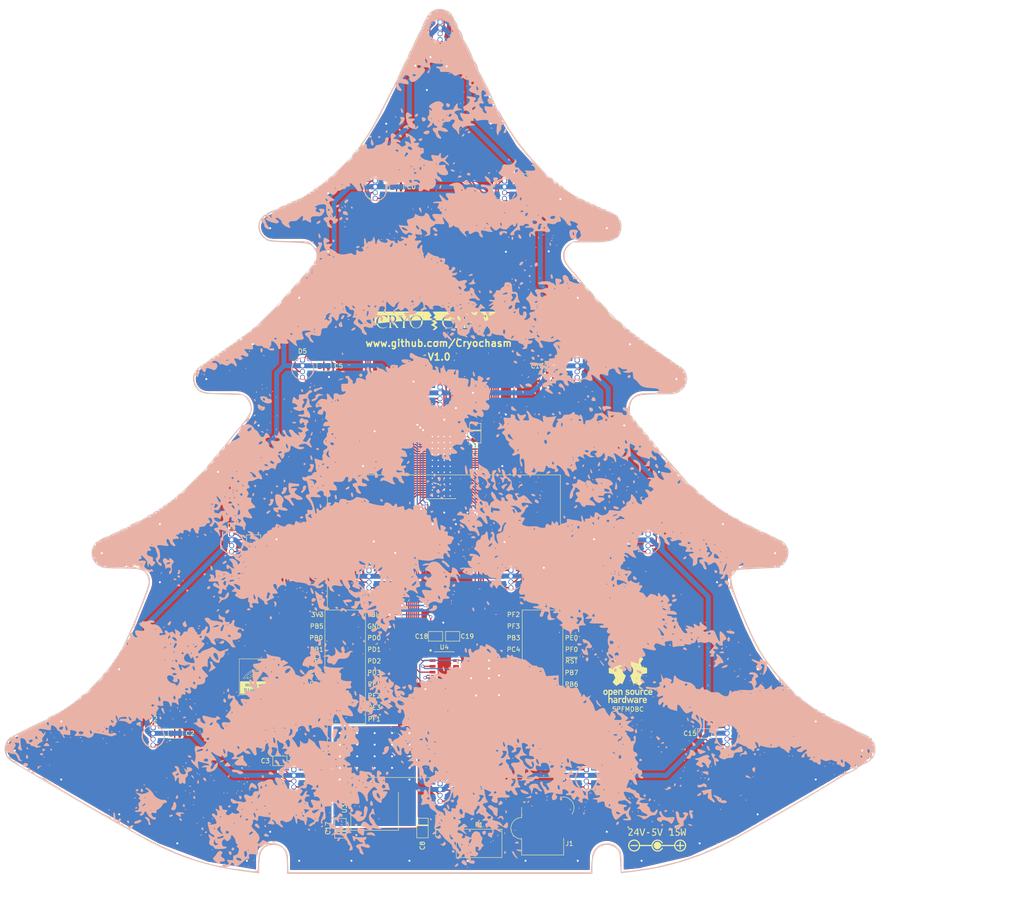
<source format=kicad_pcb>
(kicad_pcb (version 20170123) (host pcbnew no-vcs-found-9447181~59~ubuntu16.04.1)
  (title_block (title "Christmas Tree Disco") (date 2017-08-01) (rev V1.0) (company www.github.com/cryochasm))
  (layers (0 F.Cu signal) (31 B.Cu signal) (34 B.Paste user) (35 F.Paste user) (36 B.SilkS user) (37 F.SilkS user) (38 B.Mask user) (39 F.Mask user) (44 Edge.Cuts user))
  (net 0 "")
  (net 1 "/Top Sheet/RGB LED Array/RGB00_2")
  (net 2 "/Top Sheet/RGB LED Array/RGB00_0")
  (net 3 "/Top Sheet/RGB LED Array/RGB00_1")
  (net 4 "/Top Sheet/RGB LED Array/RGB01_2")
  (net 5 "/Top Sheet/RGB LED Array/RGB01_0")
  (net 6 "/Top Sheet/RGB LED Array/RGB01_1")
  (net 7 "/Top Sheet/RGB LED Array/RGB02_2")
  (net 8 "/Top Sheet/RGB LED Array/RGB02_0")
  (net 9 "/Top Sheet/RGB LED Array/RGB02_1")
  (net 10 "/Top Sheet/RGB LED Array/RGB03_2")
  (net 11 "/Top Sheet/RGB LED Array/RGB03_0")
  (net 12 "/Top Sheet/RGB LED Array/RGB03_1")
  (net 13 "/Top Sheet/RGB LED Array/RGB04_1")
  (net 14 "/Top Sheet/RGB LED Array/RGB04_0")
  (net 15 "/Top Sheet/RGB LED Array/RGB04_2")
  (net 16 "/Top Sheet/RGB LED Array/RGB05_1")
  (net 17 "/Top Sheet/RGB LED Array/RGB05_0")
  (net 18 "/Top Sheet/RGB LED Array/RGB05_2")
  (net 19 "/Top Sheet/RGB LED Array/RGB06_1")
  (net 20 "/Top Sheet/RGB LED Array/RGB06_0")
  (net 21 "/Top Sheet/RGB LED Array/RGB06_2")
  (net 22 "/Top Sheet/RGB LED Array/RGB07_1")
  (net 23 "/Top Sheet/RGB LED Array/RGB07_0")
  (net 24 "/Top Sheet/RGB LED Array/RGB07_2")
  (net 25 "/Top Sheet/RGB LED Array/RGB09_2")
  (net 26 "/Top Sheet/RGB LED Array/RGB09_0")
  (net 27 "/Top Sheet/RGB LED Array/RGB09_1")
  (net 28 "/Top Sheet/RGB LED Array/RGB10_1")
  (net 29 "/Top Sheet/RGB LED Array/RGB10_0")
  (net 30 "/Top Sheet/RGB LED Array/RGB10_2")
  (net 31 "/Top Sheet/RGB LED Array/RGB11_1")
  (net 32 "/Top Sheet/RGB LED Array/RGB11_0")
  (net 33 "/Top Sheet/RGB LED Array/RGB11_2")
  (net 34 "/Top Sheet/RGB LED Array/RGB12_1")
  (net 35 "/Top Sheet/RGB LED Array/RGB12_0")
  (net 36 "/Top Sheet/RGB LED Array/RGB12_2")
  (net 37 "/Top Sheet/RGB LED Array/RGB13_1")
  (net 38 "/Top Sheet/RGB LED Array/RGB13_0")
  (net 39 "/Top Sheet/RGB LED Array/RGB13_2")
  (net 40 "/Top Sheet/RGB LED Array/RGB14_2")
  (net 41 "/Top Sheet/RGB LED Array/RGB14_0")
  (net 42 "/Top Sheet/RGB LED Array/RGB14_1")
  (net 43 "/Top Sheet/RGB LED Array/RGB15_2")
  (net 44 "/Top Sheet/RGB LED Array/RGB15_0")
  (net 45 "/Top Sheet/RGB LED Array/RGB15_1")
  (net 46 "/Top Sheet/Microcontroller/GND")
  (net 47 "/Top Sheet/Microcontroller/5V")
  (net 48 "/Top Sheet/Microcontroller/3V3")
  (net 49 "/Top Sheet/Microcontroller/GSCLK")
  (net 50 "/Top Sheet/Microcontroller/ERROR_RD")
  (net 51 "/Top Sheet/Microcontroller/LAT")
  (net 52 "/Top Sheet/Microcontroller/SCLK")
  (net 53 "/Top Sheet/Microcontroller/DATA")
  (net 54 "/Top Sheet/Power Supply/VIN")
  (net 55 "/Top Sheet/Power Supply/VIN_FUSED")
  (net 56 "/Top Sheet/Microcontroller/ERROR_RD_3V3")
  (net 57 "/Top Sheet/Microcontroller/GSCLK_3V3")
  (net 58 "/Top Sheet/Microcontroller/DATA_3V3")
  (net 59 "/Top Sheet/Microcontroller/SCLK_3V3")
  (net 60 "/Top Sheet/Microcontroller/LAT_3V3")
  (net 61 "Net-(J1-Pad3)")
  (net 62 "Net-(U1-Pad39)")
  (net 63 "Net-(U1-Pad38)")
  (net 64 "Net-(U1-Pad37)")
  (net 65 "Net-(U1-Pad36)")
  (net 66 "Net-(U1-Pad35)")
  (net 67 "Net-(U1-Pad34)")
  (net 68 "Net-(U1-Pad33)")
  (net 69 "Net-(U1-Pad32)")
  (net 70 "Net-(U1-Pad31)")
  (net 71 "Net-(U1-Pad26)")
  (net 72 "Net-(U1-Pad24)")
  (net 73 "Net-(U1-Pad23)")
  (net 74 "Net-(U1-Pad22)")
  (net 75 "Net-(U1-Pad18)")
  (net 76 "Net-(U1-Pad17)")
  (net 77 "Net-(U1-Pad16)")
  (net 78 "Net-(U1-Pad15)")
  (net 79 "Net-(U1-Pad14)")
  (net 80 "Net-(U1-Pad13)")
  (net 81 "Net-(U1-Pad12)")
  (net 82 "Net-(U1-Pad11)")
  (net 83 "Net-(U1-Pad10)")
  (net 84 "Net-(U1-Pad9)")
  (net 85 "Net-(U1-Pad8)")
  (net 86 "Net-(U1-Pad7)")
  (net 87 "Net-(U1-Pad6)")
  (net 88 "Net-(U1-Pad5)")
  (net 89 "Net-(U1-Pad4)")
  (net 90 "Net-(U1-Pad3)")
  (net 91 "Net-(U1-Pad2)")
  (net 92 "Net-(U1-Pad21)")
  (net 93 "Net-(U2-Pad53)")
  (net 94 "Net-(U2-Pad52)")
  (net 95 "Net-(U2-Pad51)")
  (module local:Cryochasm (layer F.Cu) (at 108 95.2)
    (fp_text reference V1.0 (at 0.1 7.9) (layer F.SilkS) (effects (font (thickness 0.3))))
    (fp_text value www.github.com/Cryochasm (at 0 4.9) (layer F.SilkS) (effects (font (thickness 0.3))))
  )
  (module local:VIA-432-686 (layer F.Cu) (at 122.7 80.1)
    (fp_text reference STITCH hide)
    (fp_text value VIA-432-686 hide)
    (pad 1 thru_hole circle (at 0 0) (size 0.686 0.686) (drill 0.432) (layers *.Cu) (net 46 "/Top Sheet/Microcontroller/GND"))
  )
  (module local:VIA-432-686 (layer F.Cu) (at 93.8 143.5)
    (fp_text reference STITCH hide)
    (fp_text value VIA-432-686 hide)
    (pad 1 thru_hole circle (at 0 0) (size 0.686 0.686) (drill 0.432) (layers *.Cu) (net 46 "/Top Sheet/Microcontroller/GND"))
  )
  (module local:VIA-432-686 (layer F.Cu) (at 122.4 143.6)
    (fp_text reference STITCH hide)
    (fp_text value VIA-432-686 hide)
    (pad 1 thru_hole circle (at 0 0) (size 0.686 0.686) (drill 0.432) (layers *.Cu) (net 46 "/Top Sheet/Microcontroller/GND"))
  )
  (module local:VIA-432-686 (layer F.Cu) (at 122.7 115.7)
    (fp_text reference STITCH hide)
    (fp_text value VIA-432-686 hide)
    (pad 1 thru_hole circle (at 0 0) (size 0.686 0.686) (drill 0.432) (layers *.Cu) (net 46 "/Top Sheet/Microcontroller/GND"))
  )
  (module local:VIA-432-686 (layer F.Cu) (at 121.92 127)
    (fp_text reference STITCH hide)
    (fp_text value VIA-432-686 hide)
    (pad 1 thru_hole circle (at 0 0) (size 0.686 0.686) (drill 0.432) (layers *.Cu) (net 46 "/Top Sheet/Microcontroller/GND"))
  )
  (module local:VIA-432-686 (layer F.Cu) (at 91.44 127)
    (fp_text reference STITCH hide)
    (fp_text value VIA-432-686 hide)
    (pad 1 thru_hole circle (at 0 0) (size 0.686 0.686) (drill 0.432) (layers *.Cu) (net 46 "/Top Sheet/Microcontroller/GND"))
  )
  (module local:VIA-432-686 (layer F.Cu) (at 93.98 119.38)
    (fp_text reference STITCH hide)
    (fp_text value VIA-432-686 hide)
    (pad 1 thru_hole circle (at 0 0) (size 0.686 0.686) (drill 0.432) (layers *.Cu) (net 46 "/Top Sheet/Microcontroller/GND"))
  )
  (module local:VIA-432-686 (layer F.Cu) (at 111.76 114.3)
    (fp_text reference STITCH hide)
    (fp_text value VIA-432-686 hide)
    (pad 1 thru_hole circle (at 0 0) (size 0.686 0.686) (drill 0.432) (layers *.Cu) (net 46 "/Top Sheet/Microcontroller/GND"))
  )
  (module local:VIA-432-686 (layer F.Cu) (at 109.22 116.84)
    (fp_text reference STITCH hide)
    (fp_text value VIA-432-686 hide)
    (pad 1 thru_hole circle (at 0 0) (size 0.686 0.686) (drill 0.432) (layers *.Cu) (net 46 "/Top Sheet/Microcontroller/GND"))
  )
  (module local:VIA-432-686 (layer F.Cu) (at 109.22 137.16)
    (fp_text reference STITCH hide)
    (fp_text value VIA-432-686 hide)
    (pad 1 thru_hole circle (at 0 0) (size 0.686 0.686) (drill 0.432) (layers *.Cu) (net 46 "/Top Sheet/Microcontroller/GND"))
  )
  (module local:VIA-432-686 (layer F.Cu) (at 106.68 139.7)
    (fp_text reference STITCH hide)
    (fp_text value VIA-432-686 hide)
    (pad 1 thru_hole circle (at 0 0) (size 0.686 0.686) (drill 0.432) (layers *.Cu) (net 46 "/Top Sheet/Microcontroller/GND"))
  )
  (module local:VIA-432-686 (layer F.Cu) (at 111.76 139.7)
    (fp_text reference STITCH hide)
    (fp_text value VIA-432-686 hide)
    (pad 1 thru_hole circle (at 0 0) (size 0.686 0.686) (drill 0.432) (layers *.Cu) (net 46 "/Top Sheet/Microcontroller/GND"))
  )
  (module local:VIA-432-686 (layer F.Cu) (at 114.3 137.16)
    (fp_text reference STITCH hide)
    (fp_text value VIA-432-686 hide)
    (pad 1 thru_hole circle (at 0 0) (size 0.686 0.686) (drill 0.432) (layers *.Cu) (net 46 "/Top Sheet/Microcontroller/GND"))
  )
  (module local:LPRocket (layer F.Cu) (at 68 173.1)
    (fp_text reference H1 hide)
    (fp_text value LPRocket hide)
  )
  (module local:VIA-432-686 (layer F.Cu) (at 132 109.75)
    (fp_text reference STITCH hide)
    (fp_text value VIA-432-686 hide)
    (pad 1 thru_hole circle (at 0 0) (size 0.686 0.686) (drill 0.432) (layers *.Cu) (net 46 "/Top Sheet/Microcontroller/GND"))
  )
  (module local:VIA-432-686 (layer F.Cu) (at 102.5 108.5)
    (fp_text reference STITCH hide)
    (fp_text value VIA-432-686 hide)
    (pad 1 thru_hole circle (at 0 0) (size 0.686 0.686) (drill 0.432) (layers *.Cu) (net 46 "/Top Sheet/Microcontroller/GND"))
  )
  (module local:VIA-432-686 (layer F.Cu) (at 84 107.5)
    (fp_text reference STITCH hide)
    (fp_text value VIA-432-686 hide)
    (pad 1 thru_hole circle (at 0 0) (size 0.686 0.686) (drill 0.432) (layers *.Cu) (net 46 "/Top Sheet/Microcontroller/GND"))
  )
  (module local:VIA-432-686 (layer F.Cu) (at 72.5 143)
    (fp_text reference STITCH hide)
    (fp_text value VIA-432-686 hide)
    (pad 1 thru_hole circle (at 0 0) (size 0.686 0.686) (drill 0.432) (layers *.Cu) (net 46 "/Top Sheet/Microcontroller/GND"))
  )
  (module local:VIA-432-686 (layer F.Cu) (at 98.5 146)
    (fp_text reference STITCH hide)
    (fp_text value VIA-432-686 hide)
    (pad 1 thru_hole circle (at 0 0) (size 0.686 0.686) (drill 0.432) (layers *.Cu) (net 46 "/Top Sheet/Microcontroller/GND"))
  )
  (module local:SOIC-16 (layer F.Cu) (at 109.22 172.72)
    (fp_text reference U4 (at 0 -6.1) (layer F.SilkS))
    (fp_text value MC14504B hide)
    (pad 5 smd roundrect (at -2.565 0.635 270) (size 0.58 1.27) (layers F.Cu F.Paste F.Mask) (roundrect_rratio 0.1) (net 59 "/Top Sheet/Microcontroller/SCLK_3V3"))
    (pad 4 smd roundrect (at -2.565 -0.635 270) (size 0.58 1.27) (layers F.Cu F.Paste F.Mask) (roundrect_rratio 0.1) (net 52 "/Top Sheet/Microcontroller/SCLK"))
    (pad 3 smd roundrect (at -2.565 -1.905 270) (size 0.58 1.27) (layers F.Cu F.Paste F.Mask) (roundrect_rratio 0.1) (net 58 "/Top Sheet/Microcontroller/DATA_3V3"))
    (pad 10 smd roundrect (at 2.565 3.175 270) (size 0.58 1.27) (layers F.Cu F.Paste F.Mask) (roundrect_rratio 0.1) (net 49 "/Top Sheet/Microcontroller/GSCLK"))
    (pad 11 smd roundrect (at 2.565 1.905 270) (size 0.58 1.27) (layers F.Cu F.Paste F.Mask) (roundrect_rratio 0.1) (net 50 "/Top Sheet/Microcontroller/ERROR_RD"))
    (pad 12 smd roundrect (at 2.565 0.635 270) (size 0.58 1.27) (layers F.Cu F.Paste F.Mask) (roundrect_rratio 0.1) (net 56 "/Top Sheet/Microcontroller/ERROR_RD_3V3"))
    (pad 2 smd roundrect (at -2.565 -3.175 270) (size 0.58 1.27) (layers F.Cu F.Paste F.Mask) (roundrect_rratio 0.1) (net 53 "/Top Sheet/Microcontroller/DATA"))
    (pad 14 smd roundrect (at 2.565 -1.905 270) (size 0.58 1.27) (layers F.Cu F.Paste F.Mask) (roundrect_rratio 0.1))
    (pad 6 smd roundrect (at -2.565 1.905 270) (size 0.58 1.27) (layers F.Cu F.Paste F.Mask) (roundrect_rratio 0.1) (net 51 "/Top Sheet/Microcontroller/LAT"))
    (pad 7 smd roundrect (at -2.565 3.175 270) (size 0.58 1.27) (layers F.Cu F.Paste F.Mask) (roundrect_rratio 0.1) (net 60 "/Top Sheet/Microcontroller/LAT_3V3"))
    (pad 1 smd roundrect (at -2.565 -4.445 270) (size 0.58 1.27) (layers F.Cu F.Paste F.Mask) (roundrect_rratio 0.1) (net 47 "/Top Sheet/Microcontroller/5V"))
    (pad 13 smd roundrect (at 2.565 -0.635 270) (size 0.58 1.27) (layers F.Cu F.Paste F.Mask) (roundrect_rratio 0.1) (net 46 "/Top Sheet/Microcontroller/GND"))
    (pad 15 smd roundrect (at 2.565 -3.175 270) (size 0.58 1.27) (layers F.Cu F.Paste F.Mask) (roundrect_rratio 0.1))
    (pad 16 smd roundrect (at 2.565 -4.445 270) (size 0.58 1.27) (layers F.Cu F.Paste F.Mask) (roundrect_rratio 0.1) (net 48 "/Top Sheet/Microcontroller/3V3"))
    (pad 8 smd roundrect (at -2.565 4.445 270) (size 0.58 1.27) (layers F.Cu F.Paste F.Mask) (roundrect_rratio 0.1) (net 46 "/Top Sheet/Microcontroller/GND"))
    (pad 9 smd roundrect (at 2.565 4.445 270) (size 0.58 1.27) (layers F.Cu F.Paste F.Mask) (roundrect_rratio 0.1) (net 57 "/Top Sheet/Microcontroller/GSCLK_3V3"))
  )
  (module local:T-1_5mm (layer F.Cu) (at 76.3 195.3)
    (fp_text reference D3 (at 0 -3.81) (layer F.SilkS))
    (fp_text value "RGB LED" hide)
    (pad 4 thru_hole circle (at 0 1.905) (size 1.1 1.1) (drill 0.8) (layers *.Cu *.Mask) (net 10 "/Top Sheet/RGB LED Array/RGB03_2"))
    (pad 3 thru_hole circle (at 0 0.635) (size 1.1 1.1) (drill 0.8) (layers *.Cu *.Mask) (net 11 "/Top Sheet/RGB LED Array/RGB03_0"))
    (pad 2 thru_hole circle (at 0 -0.635) (size 1.1 1.1) (drill 0.8) (layers *.Cu *.Mask) (net 47 "/Top Sheet/Microcontroller/5V"))
    (pad 1 thru_hole roundrect (at 0 -1.905) (size 1.1 1.1) (drill 0.8) (layers *.Cu *.Mask) (net 12 "/Top Sheet/RGB LED Array/RGB03_1"))
  )
  (module local:VIA-432-686 (layer F.Cu) (at 71.12 207.01)
    (fp_text reference STITCH hide)
    (fp_text value VIA-432-686 hide)
    (pad 1 thru_hole circle (at 0 0) (size 0.686 0.686) (drill 0.432) (layers *.Cu) (net 46 "/Top Sheet/Microcontroller/GND"))
  )
  (module local:VIA-432-686 (layer F.Cu) (at 77.47 213.36)
    (fp_text reference STITCH hide)
    (fp_text value VIA-432-686 hide)
    (pad 1 thru_hole circle (at 0 0) (size 0.686 0.686) (drill 0.432) (layers *.Cu) (net 46 "/Top Sheet/Microcontroller/GND"))
  )
  (module local:VIA-432-686 (layer F.Cu) (at 88.9 213.36)
    (fp_text reference STITCH hide)
    (fp_text value VIA-432-686 hide)
    (pad 1 thru_hole circle (at 0 0) (size 0.686 0.686) (drill 0.432) (layers *.Cu) (net 46 "/Top Sheet/Microcontroller/GND"))
  )
  (module local:VIA-432-686 (layer F.Cu) (at 101.6 213.36)
    (fp_text reference STITCH hide)
    (fp_text value VIA-432-686 hide)
    (pad 1 thru_hole circle (at 0 0) (size 0.686 0.686) (drill 0.432) (layers *.Cu) (net 46 "/Top Sheet/Microcontroller/GND"))
  )
  (module local:VIA-432-686 (layer F.Cu) (at 114.3 213.36)
    (fp_text reference STITCH hide)
    (fp_text value VIA-432-686 hide)
    (pad 1 thru_hole circle (at 0 0) (size 0.686 0.686) (drill 0.432) (layers *.Cu) (net 46 "/Top Sheet/Microcontroller/GND"))
  )
  (module local:VIA-432-686 (layer F.Cu) (at 127 213.36)
    (fp_text reference STITCH hide)
    (fp_text value VIA-432-686 hide)
    (pad 1 thru_hole circle (at 0 0) (size 0.686 0.686) (drill 0.432) (layers *.Cu) (net 46 "/Top Sheet/Microcontroller/GND"))
  )
  (module local:VIA-432-686 (layer F.Cu) (at 138.43 213.36)
    (fp_text reference STITCH hide)
    (fp_text value VIA-432-686 hide)
    (pad 1 thru_hole circle (at 0 0) (size 0.686 0.686) (drill 0.432) (layers *.Cu) (net 46 "/Top Sheet/Microcontroller/GND"))
  )
  (module local:VIA-432-686 (layer F.Cu) (at 144.78 207.01)
    (fp_text reference STITCH hide)
    (fp_text value VIA-432-686 hide)
    (pad 1 thru_hole circle (at 0 0) (size 0.686 0.686) (drill 0.432) (layers *.Cu) (net 46 "/Top Sheet/Microcontroller/GND"))
  )
  (module local:VIA-432-686 (layer F.Cu) (at 152.4 213.36)
    (fp_text reference STITCH hide)
    (fp_text value VIA-432-686 hide)
    (pad 1 thru_hole circle (at 0 0) (size 0.686 0.686) (drill 0.432) (layers *.Cu) (net 46 "/Top Sheet/Microcontroller/GND"))
  )
  (module local:VIA-432-686 (layer F.Cu) (at 165.1 209.55)
    (fp_text reference STITCH hide)
    (fp_text value VIA-432-686 hide)
    (pad 1 thru_hole circle (at 0 0) (size 0.686 0.686) (drill 0.432) (layers *.Cu) (net 46 "/Top Sheet/Microcontroller/GND"))
  )
  (module local:VIA-432-686 (layer F.Cu) (at 177.8 203.2)
    (fp_text reference STITCH hide)
    (fp_text value VIA-432-686 hide)
    (pad 1 thru_hole circle (at 0 0) (size 0.686 0.686) (drill 0.432) (layers *.Cu) (net 46 "/Top Sheet/Microcontroller/GND"))
  )
  (module local:VIA-432-686 (layer F.Cu) (at 190.5 195.58)
    (fp_text reference STITCH hide)
    (fp_text value VIA-432-686 hide)
    (pad 1 thru_hole circle (at 0 0) (size 0.686 0.686) (drill 0.432) (layers *.Cu) (net 46 "/Top Sheet/Microcontroller/GND"))
  )
  (module local:VIA-432-686 (layer F.Cu) (at 200.66 189.23)
    (fp_text reference STITCH hide)
    (fp_text value VIA-432-686 hide)
    (pad 1 thru_hole circle (at 0 0) (size 0.686 0.686) (drill 0.432) (layers *.Cu) (net 46 "/Top Sheet/Microcontroller/GND"))
  )
  (module local:VIA-432-686 (layer F.Cu) (at 190.5 182.88)
    (fp_text reference STITCH hide)
    (fp_text value VIA-432-686 hide)
    (pad 1 thru_hole circle (at 0 0) (size 0.686 0.686) (drill 0.432) (layers *.Cu) (net 46 "/Top Sheet/Microcontroller/GND"))
  )
  (module local:VIA-432-686 (layer F.Cu) (at 177.8 171.45)
    (fp_text reference STITCH hide)
    (fp_text value VIA-432-686 hide)
    (pad 1 thru_hole circle (at 0 0) (size 0.686 0.686) (drill 0.432) (layers *.Cu) (net 46 "/Top Sheet/Microcontroller/GND"))
  )
  (module local:VIA-432-686 (layer F.Cu) (at 168.91 152.4)
    (fp_text reference STITCH hide)
    (fp_text value VIA-432-686 hide)
    (pad 1 thru_hole circle (at 0 0) (size 0.686 0.686) (drill 0.432) (layers *.Cu) (net 46 "/Top Sheet/Microcontroller/GND"))
  )
  (module local:VIA-432-686 (layer F.Cu) (at 181.61 146.05)
    (fp_text reference STITCH hide)
    (fp_text value VIA-432-686 hide)
    (pad 1 thru_hole circle (at 0 0) (size 0.686 0.686) (drill 0.432) (layers *.Cu) (net 46 "/Top Sheet/Microcontroller/GND"))
  )
  (module local:VIA-432-686 (layer F.Cu) (at 170.18 139.7)
    (fp_text reference STITCH hide)
    (fp_text value VIA-432-686 hide)
    (pad 1 thru_hole circle (at 0 0) (size 0.686 0.686) (drill 0.432) (layers *.Cu) (net 46 "/Top Sheet/Microcontroller/GND"))
  )
  (module local:VIA-432-686 (layer F.Cu) (at 156.21 128.27)
    (fp_text reference STITCH hide)
    (fp_text value VIA-432-686 hide)
    (pad 1 thru_hole circle (at 0 0) (size 0.686 0.686) (drill 0.432) (layers *.Cu) (net 46 "/Top Sheet/Microcontroller/GND"))
  )
  (module local:VIA-432-686 (layer F.Cu) (at 148.59 118.11)
    (fp_text reference STITCH hide)
    (fp_text value VIA-432-686 hide)
    (pad 1 thru_hole circle (at 0 0) (size 0.686 0.686) (drill 0.432) (layers *.Cu) (net 46 "/Top Sheet/Microcontroller/GND"))
  )
  (module local:VIA-432-686 (layer F.Cu) (at 160.02 107.95)
    (fp_text reference STITCH hide)
    (fp_text value VIA-432-686 hide)
    (pad 1 thru_hole circle (at 0 0) (size 0.686 0.686) (drill 0.432) (layers *.Cu) (net 46 "/Top Sheet/Microcontroller/GND"))
  )
  (module local:VIA-432-686 (layer F.Cu) (at 149.86 100.33)
    (fp_text reference STITCH hide)
    (fp_text value VIA-432-686 hide)
    (pad 1 thru_hole circle (at 0 0) (size 0.686 0.686) (drill 0.432) (layers *.Cu) (net 46 "/Top Sheet/Microcontroller/GND"))
  )
  (module local:VIA-432-686 (layer F.Cu) (at 138.43 90.17)
    (fp_text reference STITCH hide)
    (fp_text value VIA-432-686 hide)
    (pad 1 thru_hole circle (at 0 0) (size 0.686 0.686) (drill 0.432) (layers *.Cu) (net 46 "/Top Sheet/Microcontroller/GND"))
  )
  (module local:VIA-432-686 (layer F.Cu) (at 132.08 80.01)
    (fp_text reference STITCH hide)
    (fp_text value VIA-432-686 hide)
    (pad 1 thru_hole circle (at 0 0) (size 0.686 0.686) (drill 0.432) (layers *.Cu) (net 46 "/Top Sheet/Microcontroller/GND"))
  )
  (module local:VIA-432-686 (layer F.Cu) (at 144.78 74.93)
    (fp_text reference STITCH hide)
    (fp_text value VIA-432-686 hide)
    (pad 1 thru_hole circle (at 0 0) (size 0.686 0.686) (drill 0.432) (layers *.Cu) (net 46 "/Top Sheet/Microcontroller/GND"))
  )
  (module local:VIA-432-686 (layer F.Cu) (at 134.62 68.58)
    (fp_text reference STITCH hide)
    (fp_text value VIA-432-686 hide)
    (pad 1 thru_hole circle (at 0 0) (size 0.686 0.686) (drill 0.432) (layers *.Cu) (net 46 "/Top Sheet/Microcontroller/GND"))
  )
  (module local:VIA-432-686 (layer F.Cu) (at 119.38 52.07)
    (fp_text reference STITCH hide)
    (fp_text value VIA-432-686 hide)
    (pad 1 thru_hole circle (at 0 0) (size 0.686 0.686) (drill 0.432) (layers *.Cu) (net 46 "/Top Sheet/Microcontroller/GND"))
  )
  (module local:VIA-432-686 (layer F.Cu) (at 102.87 39.37)
    (fp_text reference STITCH hide)
    (fp_text value VIA-432-686 hide)
    (pad 1 thru_hole circle (at 0 0) (size 0.686 0.686) (drill 0.432) (layers *.Cu) (net 46 "/Top Sheet/Microcontroller/GND"))
  )
  (module local:VIA-432-686 (layer F.Cu) (at 96.52 52.07)
    (fp_text reference STITCH hide)
    (fp_text value VIA-432-686 hide)
    (pad 1 thru_hole circle (at 0 0) (size 0.686 0.686) (drill 0.432) (layers *.Cu) (net 46 "/Top Sheet/Microcontroller/GND"))
  )
  (module local:VIA-432-686 (layer F.Cu) (at 83.82 67.31)
    (fp_text reference STITCH hide)
    (fp_text value VIA-432-686 hide)
    (pad 1 thru_hole circle (at 0 0) (size 0.686 0.686) (drill 0.432) (layers *.Cu) (net 46 "/Top Sheet/Microcontroller/GND"))
  )
  (module local:VIA-432-686 (layer F.Cu) (at 71.12 74.93)
    (fp_text reference STITCH hide)
    (fp_text value VIA-432-686 hide)
    (pad 1 thru_hole circle (at 0 0) (size 0.686 0.686) (drill 0.432) (layers *.Cu) (net 46 "/Top Sheet/Microcontroller/GND"))
  )
  (module local:VIA-432-686 (layer F.Cu) (at 83.82 80.01)
    (fp_text reference STITCH hide)
    (fp_text value VIA-432-686 hide)
    (pad 1 thru_hole circle (at 0 0) (size 0.686 0.686) (drill 0.432) (layers *.Cu) (net 46 "/Top Sheet/Microcontroller/GND"))
  )
  (module local:VIA-432-686 (layer F.Cu) (at 77.47 90.17)
    (fp_text reference STITCH hide)
    (fp_text value VIA-432-686 hide)
    (pad 1 thru_hole circle (at 0 0) (size 0.686 0.686) (drill 0.432) (layers *.Cu) (net 46 "/Top Sheet/Microcontroller/GND"))
  )
  (module local:VIA-432-686 (layer F.Cu) (at 67.31 100.33)
    (fp_text reference STITCH hide)
    (fp_text value VIA-432-686 hide)
    (pad 1 thru_hole circle (at 0 0) (size 0.686 0.686) (drill 0.432) (layers *.Cu) (net 46 "/Top Sheet/Microcontroller/GND"))
  )
  (module local:VIA-432-686 (layer F.Cu) (at 57.15 107.95)
    (fp_text reference STITCH hide)
    (fp_text value VIA-432-686 hide)
    (pad 1 thru_hole circle (at 0 0) (size 0.686 0.686) (drill 0.432) (layers *.Cu) (net 46 "/Top Sheet/Microcontroller/GND"))
  )
  (module local:VIA-432-686 (layer F.Cu) (at 68.58 118.11)
    (fp_text reference STITCH hide)
    (fp_text value VIA-432-686 hide)
    (pad 1 thru_hole circle (at 0 0) (size 0.686 0.686) (drill 0.432) (layers *.Cu) (net 46 "/Top Sheet/Microcontroller/GND"))
  )
  (module local:VIA-432-686 (layer F.Cu) (at 59.69 128.27)
    (fp_text reference STITCH hide)
    (fp_text value VIA-432-686 hide)
    (pad 1 thru_hole circle (at 0 0) (size 0.686 0.686) (drill 0.432) (layers *.Cu) (net 46 "/Top Sheet/Microcontroller/GND"))
  )
  (module local:VIA-432-686 (layer F.Cu) (at 46.99 139.7)
    (fp_text reference STITCH hide)
    (fp_text value VIA-432-686 hide)
    (pad 1 thru_hole circle (at 0 0) (size 0.686 0.686) (drill 0.432) (layers *.Cu) (net 46 "/Top Sheet/Microcontroller/GND"))
  )
  (module local:VIA-432-686 (layer F.Cu) (at 34.29 146.05)
    (fp_text reference STITCH hide)
    (fp_text value VIA-432-686 hide)
    (pad 1 thru_hole circle (at 0 0) (size 0.686 0.686) (drill 0.432) (layers *.Cu) (net 46 "/Top Sheet/Microcontroller/GND"))
  )
  (module local:VIA-432-686 (layer F.Cu) (at 46.99 152.4)
    (fp_text reference STITCH hide)
    (fp_text value VIA-432-686 hide)
    (pad 1 thru_hole circle (at 0 0) (size 0.686 0.686) (drill 0.432) (layers *.Cu) (net 46 "/Top Sheet/Microcontroller/GND"))
  )
  (module local:VIA-432-686 (layer F.Cu) (at 38.1 171.45)
    (fp_text reference STITCH hide)
    (fp_text value VIA-432-686 hide)
    (pad 1 thru_hole circle (at 0 0) (size 0.686 0.686) (drill 0.432) (layers *.Cu) (net 46 "/Top Sheet/Microcontroller/GND"))
  )
  (module local:VIA-432-686 (layer F.Cu) (at 25.4 182.88)
    (fp_text reference STITCH hide)
    (fp_text value VIA-432-686 hide)
    (pad 1 thru_hole circle (at 0 0) (size 0.686 0.686) (drill 0.432) (layers *.Cu) (net 46 "/Top Sheet/Microcontroller/GND"))
  )
  (module local:VIA-432-686 (layer F.Cu) (at 15.24 189.23)
    (fp_text reference STITCH hide)
    (fp_text value VIA-432-686 hide)
    (pad 1 thru_hole circle (at 0 0) (size 0.686 0.686) (drill 0.432) (layers *.Cu) (net 46 "/Top Sheet/Microcontroller/GND"))
  )
  (module local:VIA-432-686 (layer F.Cu) (at 25.4 195.58)
    (fp_text reference STITCH hide)
    (fp_text value VIA-432-686 hide)
    (pad 1 thru_hole circle (at 0 0) (size 0.686 0.686) (drill 0.432) (layers *.Cu) (net 46 "/Top Sheet/Microcontroller/GND"))
  )
  (module local:VIA-432-686 (layer F.Cu) (at 38.1 203.2)
    (fp_text reference STITCH hide)
    (fp_text value VIA-432-686 hide)
    (pad 1 thru_hole circle (at 0 0) (size 0.686 0.686) (drill 0.432) (layers *.Cu) (net 46 "/Top Sheet/Microcontroller/GND"))
  )
  (module local:VIA-432-686 (layer F.Cu) (at 50.8 209.55)
    (fp_text reference STITCH hide)
    (fp_text value VIA-432-686 hide)
    (pad 1 thru_hole circle (at 0 0) (size 0.686 0.686) (drill 0.432) (layers *.Cu) (net 46 "/Top Sheet/Microcontroller/GND"))
  )
  (module local:VIA-432-686 (layer F.Cu) (at 101.6 195.58)
    (fp_text reference STITCH hide)
    (fp_text value VIA-432-686 hide)
    (pad 1 thru_hole circle (at 0 0) (size 0.686 0.686) (drill 0.432) (layers *.Cu) (net 47 "/Top Sheet/Microcontroller/5V"))
  )
  (module local:DEV_KIT_EK-TM4C123GXL (layer F.Cu) (at 109.13 170.93)
    (fp_text reference U1 (at 21.59 -13.97) (layer F.SilkS))
    (fp_text value DEV_KIT_EK-TM4C123GXL hide)
    (fp_text user PA2 (at 27.94 11.43) (layer F.SilkS))
    (fp_text user PA3 (at 27.94 8.89) (layer F.SilkS))
    (fp_text user PA4 (at 27.94 6.35) (layer F.SilkS))
    (fp_text user PB6 (at 27.94 3.81) (layer F.SilkS))
    (fp_text user PB7 (at 27.94 1.27) (layer F.SilkS))
    (fp_text user ~RST (at 27.94 -1.27) (layer F.SilkS))
    (fp_text user PF0 (at 27.94 -3.81) (layer F.SilkS))
    (fp_text user PE0 (at 27.94 -6.35) (layer F.SilkS))
    (fp_text user PB2 (at 27.94 -8.89) (layer F.SilkS))
    (fp_text user GND (at 27.94 -11.43) (layer F.SilkS))
    (fp_text user PF4 (at 15.24 11.43) (layer F.SilkS))
    (fp_text user PD7 (at 15.24 8.89) (layer F.SilkS))
    (fp_text user PD6 (at 15.24 6.35) (layer F.SilkS))
    (fp_text user PC7 (at 15.24 3.81) (layer F.SilkS))
    (fp_text user PC6 (at 15.24 1.27) (layer F.SilkS))
    (fp_text user PC5 (at 15.24 -1.27) (layer F.SilkS))
    (fp_text user PC4 (at 15.24 -3.81) (layer F.SilkS))
    (fp_text user PB3 (at 15.24 -6.35) (layer F.SilkS))
    (fp_text user PF3 (at 15.24 -8.89) (layer F.SilkS))
    (fp_text user PF2 (at 15.24 -11.43) (layer F.SilkS))
    (fp_text user PD2 (at -15.24 -1.27) (layer F.SilkS))
    (fp_text user PD0 (at -15.24 -6.35) (layer F.SilkS))
    (fp_text user PD1 (at -15.24 -3.81) (layer F.SilkS))
    (fp_text user PD3 (at -15.24 1.27) (layer F.SilkS))
    (fp_text user PE1 (at -15.24 3.81) (layer F.SilkS))
    (fp_text user PE2 (at -15.24 6.35) (layer F.SilkS))
    (fp_text user PE3 (at -15.24 8.89) (layer F.SilkS))
    (fp_text user PF1 (at -15.24 11.43) (layer F.SilkS))
    (fp_text user PA7 (at -27.94 11.43) (layer F.SilkS))
    (fp_text user PA6 (at -27.94 8.89) (layer F.SilkS))
    (fp_text user PA5 (at -27.94 6.35) (layer F.SilkS))
    (fp_text user PB4 (at -27.94 3.81) (layer F.SilkS))
    (fp_text user PE5 (at -27.94 1.27) (layer F.SilkS))
    (fp_text user PE4 (at -27.94 -1.27) (layer F.SilkS))
    (fp_text user PB1 (at -27.813 -3.81) (layer F.SilkS))
    (fp_text user PB0 (at -27.94 -6.35) (layer F.SilkS))
    (fp_text user GND (at -15.24 -8.89) (layer F.SilkS))
    (fp_text user PB5 (at -27.813 -8.89) (layer F.SilkS))
    (fp_text user VBUS (at -14.859 -11.43) (layer F.SilkS))
    (fp_text user 3V3 (at -27.686 -11.43) (layer F.SilkS))
    (pad 40 smd roundrect (at 23.81 -11.43 90) (size 1.27 3.68) (layers F.Cu F.Paste F.Mask) (roundrect_rratio 0.1) (net 46 "/Top Sheet/Microcontroller/GND"))
    (pad 39 smd roundrect (at 23.81 -8.89 90) (size 1.27 3.68) (layers F.Cu F.Paste F.Mask) (roundrect_rratio 0.1) (net 62 "Net-(U1-Pad39)"))
    (pad 38 smd roundrect (at 23.81 -6.35 90) (size 1.27 3.68) (layers F.Cu F.Paste F.Mask) (roundrect_rratio 0.1) (net 63 "Net-(U1-Pad38)"))
    (pad 37 smd roundrect (at 23.81 -3.81 90) (size 1.27 3.68) (layers F.Cu F.Paste F.Mask) (roundrect_rratio 0.1) (net 64 "Net-(U1-Pad37)"))
    (pad 36 smd roundrect (at 23.81 -1.27 90) (size 1.27 3.68) (layers F.Cu F.Paste F.Mask) (roundrect_rratio 0.1) (net 65 "Net-(U1-Pad36)"))
    (pad 35 smd roundrect (at 23.81 1.27 90) (size 1.27 3.68) (layers F.Cu F.Paste F.Mask) (roundrect_rratio 0.1) (net 66 "Net-(U1-Pad35)"))
    (pad 34 smd roundrect (at 23.81 3.81 90) (size 1.27 3.68) (layers F.Cu F.Paste F.Mask) (roundrect_rratio 0.1) (net 67 "Net-(U1-Pad34)"))
    (pad 33 smd roundrect (at 23.81 6.35 90) (size 1.27 3.68) (layers F.Cu F.Paste F.Mask) (roundrect_rratio 0.1) (net 68 "Net-(U1-Pad33)"))
    (pad 32 smd roundrect (at 23.81 8.89 90) (size 1.27 3.68) (layers F.Cu F.Paste F.Mask) (roundrect_rratio 0.1) (net 69 "Net-(U1-Pad32)"))
    (pad 31 smd roundrect (at 23.81 11.43 90) (size 1.27 3.68) (layers F.Cu F.Paste F.Mask) (roundrect_rratio 0.1) (net 70 "Net-(U1-Pad31)"))
    (pad 30 smd roundrect (at 19.37 11.43 90) (size 1.27 3.68) (layers F.Cu F.Paste F.Mask) (roundrect_rratio 0.1) (net 56 "/Top Sheet/Microcontroller/ERROR_RD_3V3"))
    (pad 29 smd roundrect (at 19.37 8.89 90) (size 1.27 3.68) (layers F.Cu F.Paste F.Mask) (roundrect_rratio 0.1) (net 57 "/Top Sheet/Microcontroller/GSCLK_3V3"))
    (pad 28 smd roundrect (at 19.37 6.35 90) (size 1.27 3.68) (layers F.Cu F.Paste F.Mask) (roundrect_rratio 0.1) (net 58 "/Top Sheet/Microcontroller/DATA_3V3"))
    (pad 27 smd roundrect (at 19.37 3.81 90) (size 1.27 3.68) (layers F.Cu F.Paste F.Mask) (roundrect_rratio 0.1) (net 59 "/Top Sheet/Microcontroller/SCLK_3V3"))
    (pad 26 smd roundrect (at 19.37 1.27 90) (size 1.27 3.68) (layers F.Cu F.Paste F.Mask) (roundrect_rratio 0.1) (net 71 "Net-(U1-Pad26)"))
    (pad 25 smd roundrect (at 19.37 -1.27 90) (size 1.27 3.68) (layers F.Cu F.Paste F.Mask) (roundrect_rratio 0.1) (net 60 "/Top Sheet/Microcontroller/LAT_3V3"))
    (pad 24 smd roundrect (at 19.37 -3.81 90) (size 1.27 3.68) (layers F.Cu F.Paste F.Mask) (roundrect_rratio 0.1) (net 72 "Net-(U1-Pad24)"))
    (pad 23 smd roundrect (at 19.37 -6.35 90) (size 1.27 3.68) (layers F.Cu F.Paste F.Mask) (roundrect_rratio 0.1) (net 73 "Net-(U1-Pad23)"))
    (pad 22 smd roundrect (at 19.37 -8.89 90) (size 1.27 3.68) (layers F.Cu F.Paste F.Mask) (roundrect_rratio 0.1) (net 74 "Net-(U1-Pad22)"))
    (pad 20 smd roundrect (at -19.37 -11.43 90) (size 1.27 3.68) (layers F.Cu F.Paste F.Mask) (roundrect_rratio 0.1) (net 47 "/Top Sheet/Microcontroller/5V"))
    (pad 19 smd roundrect (at -19.37 -8.89 90) (size 1.27 3.68) (layers F.Cu F.Paste F.Mask) (roundrect_rratio 0.1) (net 46 "/Top Sheet/Microcontroller/GND"))
    (pad 18 smd roundrect (at -19.37 -6.35 90) (size 1.27 3.68) (layers F.Cu F.Paste F.Mask) (roundrect_rratio 0.1) (net 75 "Net-(U1-Pad18)"))
    (pad 17 smd roundrect (at -19.37 -3.81 90) (size 1.27 3.68) (layers F.Cu F.Paste F.Mask) (roundrect_rratio 0.1) (net 76 "Net-(U1-Pad17)"))
    (pad 16 smd roundrect (at -19.37 -1.27 90) (size 1.27 3.68) (layers F.Cu F.Paste F.Mask) (roundrect_rratio 0.1) (net 77 "Net-(U1-Pad16)"))
    (pad 15 smd roundrect (at -19.37 1.27 90) (size 1.27 3.68) (layers F.Cu F.Paste F.Mask) (roundrect_rratio 0.1) (net 78 "Net-(U1-Pad15)"))
    (pad 14 smd roundrect (at -19.37 3.81 90) (size 1.27 3.68) (layers F.Cu F.Paste F.Mask) (roundrect_rratio 0.1) (net 79 "Net-(U1-Pad14)"))
    (pad 13 smd roundrect (at -19.37 6.35 90) (size 1.27 3.68) (layers F.Cu F.Paste F.Mask) (roundrect_rratio 0.1) (net 80 "Net-(U1-Pad13)"))
    (pad 12 smd roundrect (at -19.37 8.89 90) (size 1.27 3.68) (layers F.Cu F.Paste F.Mask) (roundrect_rratio 0.1) (net 81 "Net-(U1-Pad12)"))
    (pad 11 smd roundrect (at -19.37 11.43 90) (size 1.27 3.68) (layers F.Cu F.Paste F.Mask) (roundrect_rratio 0.1) (net 82 "Net-(U1-Pad11)"))
    (pad 10 smd roundrect (at -23.81 11.43 90) (size 1.27 3.68) (layers F.Cu F.Paste F.Mask) (roundrect_rratio 0.1) (net 83 "Net-(U1-Pad10)"))
    (pad 9 smd roundrect (at -23.81 8.89 90) (size 1.27 3.68) (layers F.Cu F.Paste F.Mask) (roundrect_rratio 0.1) (net 84 "Net-(U1-Pad9)"))
    (pad 8 smd roundrect (at -23.81 6.35 90) (size 1.27 3.68) (layers F.Cu F.Paste F.Mask) (roundrect_rratio 0.1) (net 85 "Net-(U1-Pad8)"))
    (pad 7 smd roundrect (at -23.81 3.81 90) (size 1.27 3.68) (layers F.Cu F.Paste F.Mask) (roundrect_rratio 0.1) (net 86 "Net-(U1-Pad7)"))
    (pad 6 smd roundrect (at -23.81 1.27 90) (size 1.27 3.68) (layers F.Cu F.Paste F.Mask) (roundrect_rratio 0.1) (net 87 "Net-(U1-Pad6)"))
    (pad 5 smd roundrect (at -23.81 -1.27 90) (size 1.27 3.68) (layers F.Cu F.Paste F.Mask) (roundrect_rratio 0.1) (net 88 "Net-(U1-Pad5)"))
    (pad 4 smd roundrect (at -23.81 -3.81 90) (size 1.27 3.68) (layers F.Cu F.Paste F.Mask) (roundrect_rratio 0.1) (net 89 "Net-(U1-Pad4)"))
    (pad 3 smd roundrect (at -23.81 -6.35 90) (size 1.27 3.68) (layers F.Cu F.Paste F.Mask) (roundrect_rratio 0.1) (net 90 "Net-(U1-Pad3)"))
    (pad 2 smd roundrect (at -23.81 -8.89 90) (size 1.27 3.68) (layers F.Cu F.Paste F.Mask) (roundrect_rratio 0.1) (net 91 "Net-(U1-Pad2)"))
    (pad 21 smd roundrect (at 19.37 -11.43 90) (size 1.27 3.68) (layers F.Cu F.Paste F.Mask) (roundrect_rratio 0.1) (net 92 "Net-(U1-Pad21)"))
    (pad 1 smd roundrect (at -23.81 -11.43 90) (size 1.27 3.68) (layers F.Cu F.Paste F.Mask) (roundrect_rratio 0.1) (net 48 "/Top Sheet/Microcontroller/3V3"))
  )
  (module local:VIA-432-686 (layer F.Cu) (at 86.36 195.58)
    (fp_text reference STITCH hide)
    (fp_text value VIA-432-686 hide)
    (pad 1 thru_hole circle (at 0 0) (size 0.686 0.686) (drill 0.432) (layers *.Cu) (net 47 "/Top Sheet/Microcontroller/5V"))
  )
  (module local:VIA-432-686 (layer F.Cu) (at 86.36 185.42)
    (fp_text reference STITCH hide)
    (fp_text value VIA-432-686 hide)
    (pad 1 thru_hole circle (at 0 0) (size 0.686 0.686) (drill 0.432) (layers *.Cu) (net 47 "/Top Sheet/Microcontroller/5V"))
  )
  (module local:VIA-432-686 (layer F.Cu) (at 86.36 187.96)
    (fp_text reference STITCH hide)
    (fp_text value VIA-432-686 hide)
    (pad 1 thru_hole circle (at 0 0) (size 0.686 0.686) (drill 0.432) (layers *.Cu) (net 47 "/Top Sheet/Microcontroller/5V"))
  )
  (module local:VIA-432-686 (layer F.Cu) (at 93.98 185.42)
    (fp_text reference STITCH hide)
    (fp_text value VIA-432-686 hide)
    (pad 1 thru_hole circle (at 0 0) (size 0.686 0.686) (drill 0.432) (layers *.Cu) (net 47 "/Top Sheet/Microcontroller/5V"))
  )
  (module local:VIA-432-686 (layer F.Cu) (at 97.79 185.42)
    (fp_text reference STITCH hide)
    (fp_text value VIA-432-686 hide)
    (pad 1 thru_hole circle (at 0 0) (size 0.686 0.686) (drill 0.432) (layers *.Cu) (net 47 "/Top Sheet/Microcontroller/5V"))
  )
  (module local:VIA-432-686 (layer F.Cu) (at 101.6 185.42)
    (fp_text reference STITCH hide)
    (fp_text value VIA-432-686 hide)
    (pad 1 thru_hole circle (at 0 0) (size 0.686 0.686) (drill 0.432) (layers *.Cu) (net 47 "/Top Sheet/Microcontroller/5V"))
  )
  (module local:VIA-432-686 (layer F.Cu) (at 101.6 187.96)
    (fp_text reference STITCH hide)
    (fp_text value VIA-432-686 hide)
    (pad 1 thru_hole circle (at 0 0) (size 0.686 0.686) (drill 0.432) (layers *.Cu) (net 47 "/Top Sheet/Microcontroller/5V"))
  )
  (module local:VIA-432-686 (layer F.Cu) (at 86.36 190.5)
    (fp_text reference STITCH hide)
    (fp_text value VIA-432-686 hide)
    (pad 1 thru_hole circle (at 0 0) (size 0.686 0.686) (drill 0.432) (layers *.Cu) (net 47 "/Top Sheet/Microcontroller/5V"))
  )
  (module local:VIA-432-686 (layer F.Cu) (at 101.6 190.5)
    (fp_text reference STITCH hide)
    (fp_text value VIA-432-686 hide)
    (pad 1 thru_hole circle (at 0 0) (size 0.686 0.686) (drill 0.432) (layers *.Cu) (net 47 "/Top Sheet/Microcontroller/5V"))
  )
  (module local:VIA-432-686 (layer F.Cu) (at 97.79 190.5)
    (fp_text reference STITCH hide)
    (fp_text value VIA-432-686 hide)
    (pad 1 thru_hole circle (at 0 0) (size 0.686 0.686) (drill 0.432) (layers *.Cu) (net 47 "/Top Sheet/Microcontroller/5V"))
  )
  (module local:VIA-432-686 (layer F.Cu) (at 90.17 190.5)
    (fp_text reference STITCH hide)
    (fp_text value VIA-432-686 hide)
    (pad 1 thru_hole circle (at 0 0) (size 0.686 0.686) (drill 0.432) (layers *.Cu) (net 47 "/Top Sheet/Microcontroller/5V"))
  )
  (module local:VIA-432-686 (layer F.Cu) (at 93.98 187.96)
    (fp_text reference STITCH hide)
    (fp_text value VIA-432-686 hide)
    (pad 1 thru_hole circle (at 0 0) (size 0.686 0.686) (drill 0.432) (layers *.Cu) (net 47 "/Top Sheet/Microcontroller/5V"))
  )
  (module local:VIA-432-686 (layer F.Cu) (at 93.98 190.5)
    (fp_text reference STITCH hide)
    (fp_text value VIA-432-686 hide)
    (pad 1 thru_hole circle (at 0 0) (size 0.686 0.686) (drill 0.432) (layers *.Cu) (net 47 "/Top Sheet/Microcontroller/5V"))
  )
  (module local:VIA-432-686 (layer F.Cu) (at 97.79 187.96)
    (fp_text reference STITCH hide)
    (fp_text value VIA-432-686 hide)
    (pad 1 thru_hole circle (at 0 0) (size 0.686 0.686) (drill 0.432) (layers *.Cu) (net 47 "/Top Sheet/Microcontroller/5V"))
  )
  (module local:VIA-432-686 (layer F.Cu) (at 90.17 187.96)
    (fp_text reference STITCH hide)
    (fp_text value VIA-432-686 hide)
    (pad 1 thru_hole circle (at 0 0) (size 0.686 0.686) (drill 0.432) (layers *.Cu) (net 47 "/Top Sheet/Microcontroller/5V"))
  )
  (module local:VIA-432-686 (layer F.Cu) (at 93.98 193.04)
    (fp_text reference STITCH hide)
    (fp_text value VIA-432-686 hide)
    (pad 1 thru_hole circle (at 0 0) (size 0.686 0.686) (drill 0.432) (layers *.Cu) (net 47 "/Top Sheet/Microcontroller/5V"))
  )
  (module local:VIA-432-686 (layer F.Cu) (at 90.17 185.42)
    (fp_text reference STITCH hide)
    (fp_text value VIA-432-686 hide)
    (pad 1 thru_hole circle (at 0 0) (size 0.686 0.686) (drill 0.432) (layers *.Cu) (net 47 "/Top Sheet/Microcontroller/5V"))
  )
  (module local:VIA-432-686 (layer F.Cu) (at 101.6 193.04)
    (fp_text reference STITCH hide)
    (fp_text value VIA-432-686 hide)
    (pad 1 thru_hole circle (at 0 0) (size 0.686 0.686) (drill 0.432) (layers *.Cu) (net 47 "/Top Sheet/Microcontroller/5V"))
  )
  (module local:VIA-432-686 (layer F.Cu) (at 97.79 193.04)
    (fp_text reference STITCH hide)
    (fp_text value VIA-432-686 hide)
    (pad 1 thru_hole circle (at 0 0) (size 0.686 0.686) (drill 0.432) (layers *.Cu) (net 47 "/Top Sheet/Microcontroller/5V"))
  )
  (module local:VIA-432-686 (layer F.Cu) (at 90.17 193.04)
    (fp_text reference STITCH hide)
    (fp_text value VIA-432-686 hide)
    (pad 1 thru_hole circle (at 0 0) (size 0.686 0.686) (drill 0.432) (layers *.Cu) (net 47 "/Top Sheet/Microcontroller/5V"))
  )
  (module local:VIA-432-686 (layer F.Cu) (at 86.36 193.04)
    (fp_text reference STITCH hide)
    (fp_text value VIA-432-686 hide)
    (pad 1 thru_hole circle (at 0 0) (size 0.686 0.686) (drill 0.432) (layers *.Cu) (net 47 "/Top Sheet/Microcontroller/5V"))
  )
  (module local:VIA-432-686 (layer F.Cu) (at 66.04 213.36)
    (fp_text reference STITCH hide)
    (fp_text value VIA-432-686 hide)
    (pad 1 thru_hole circle (at 0 0) (size 0.686 0.686) (drill 0.432) (layers *.Cu) (net 46 "/Top Sheet/Microcontroller/GND"))
  )
  (module local:snow (layer B.Cu) (at 108.6 124 180)
    (fp_text reference H3 hide)
    (fp_text value "Snow Silk Screen" hide)
  )
  (module local:SMD-0805 (layer F.Cu) (at 103.42 110.51 180)
    (fp_text reference C4 (at 3.2 0 180) (layer F.SilkS))
    (fp_text value 0.1u)
    (pad 1 smd roundrect (at -0.95 0 180) (size 0.7 1.3) (layers F.Cu F.Paste F.Mask) (roundrect_rratio 0.001) (net 47 "/Top Sheet/Microcontroller/5V"))
    (pad 2 smd roundrect (at 0.95 0 180) (size 0.7 1.3) (layers F.Cu F.Paste F.Mask) (roundrect_rratio 0.001) (net 46 "/Top Sheet/Microcontroller/GND"))
  )
  (module local:SMD-0805 (layer F.Cu) (at 50.38 185.5)
    (fp_text reference C2 (at 3.2 0) (layer F.SilkS))
    (fp_text value 0.1u)
    (pad 1 smd roundrect (at -0.95 0) (size 0.7 1.3) (layers F.Cu F.Paste F.Mask) (roundrect_rratio 0.001) (net 47 "/Top Sheet/Microcontroller/5V"))
    (pad 2 smd roundrect (at 0.95 0) (size 0.7 1.3) (layers F.Cu F.Paste F.Mask) (roundrect_rratio 0.001) (net 46 "/Top Sheet/Microcontroller/GND"))
  )
  (module local:SMD-0805 (layer F.Cu) (at 113.2 197.9)
    (fp_text reference C7 (at 3.2 0) (layer F.SilkS))
    (fp_text value 0.1u)
    (pad 1 smd roundrect (at -0.95 0) (size 0.7 1.3) (layers F.Cu F.Paste F.Mask) (roundrect_rratio 0.001) (net 47 "/Top Sheet/Microcontroller/5V"))
    (pad 2 smd roundrect (at 0.95 0) (size 0.7 1.3) (layers F.Cu F.Paste F.Mask) (roundrect_rratio 0.001) (net 46 "/Top Sheet/Microcontroller/GND"))
  )
  (module local:SMD-0805 (layer F.Cu) (at 67.5 143.1)
    (fp_text reference C1 (at 3.2 0) (layer F.SilkS))
    (fp_text value 0.1u)
    (pad 1 smd roundrect (at -0.95 0) (size 0.7 1.3) (layers F.Cu F.Paste F.Mask) (roundrect_rratio 0.001) (net 47 "/Top Sheet/Microcontroller/5V"))
    (pad 2 smd roundrect (at 0.95 0) (size 0.7 1.3) (layers F.Cu F.Paste F.Mask) (roundrect_rratio 0.001) (net 46 "/Top Sheet/Microcontroller/GND"))
  )
  (module local:SMD-POL-1206 (layer F.Cu) (at 116 119.8 270)
    (fp_text reference C16 (at 3.85 0 270) (layer F.SilkS))
    (fp_text value 10u)
    (pad 1 smd roundrect (at -1.45 0 270) (size 0.9 1.6) (layers F.Cu F.Paste F.Mask) (roundrect_rratio 0.001) (net 46 "/Top Sheet/Microcontroller/GND") (clearance 0.325))
    (pad 2 smd roundrect (at 1.45 0 270) (size 0.9 1.6) (layers F.Cu F.Paste F.Mask) (roundrect_rratio 0.001) (net 47 "/Top Sheet/Microcontroller/5V") (clearance 0.325))
  )
  (module local:T-1_5mm (layer F.Cu) (at 94.1 66.5)
    (fp_text reference D0 (at 0 -3.81) (layer F.SilkS))
    (fp_text value "RGB LED" hide)
    (pad 4 thru_hole circle (at 0 1.905) (size 1.1 1.1) (drill 0.8) (layers *.Cu *.Mask) (net 1 "/Top Sheet/RGB LED Array/RGB00_2"))
    (pad 3 thru_hole circle (at 0 0.635) (size 1.1 1.1) (drill 0.8) (layers *.Cu *.Mask) (net 2 "/Top Sheet/RGB LED Array/RGB00_0"))
    (pad 2 thru_hole circle (at 0 -0.635) (size 1.1 1.1) (drill 0.8) (layers *.Cu *.Mask) (net 47 "/Top Sheet/Microcontroller/5V"))
    (pad 1 thru_hole roundrect (at 0 -1.905) (size 1.1 1.1) (drill 0.8) (layers *.Cu *.Mask) (net 3 "/Top Sheet/RGB LED Array/RGB00_1"))
  )
  (module local:T-1_5mm (layer F.Cu) (at 62.681095 143.764)
    (fp_text reference D1 (at 0 -3.81) (layer F.SilkS))
    (fp_text value "RGB LED" hide)
    (pad 4 thru_hole circle (at 0 1.905) (size 1.1 1.1) (drill 0.8) (layers *.Cu *.Mask) (net 4 "/Top Sheet/RGB LED Array/RGB01_2"))
    (pad 3 thru_hole circle (at 0 0.635) (size 1.1 1.1) (drill 0.8) (layers *.Cu *.Mask) (net 5 "/Top Sheet/RGB LED Array/RGB01_0"))
    (pad 2 thru_hole circle (at 0 -0.635) (size 1.1 1.1) (drill 0.8) (layers *.Cu *.Mask) (net 47 "/Top Sheet/Microcontroller/5V"))
    (pad 1 thru_hole roundrect (at 0 -1.905) (size 1.1 1.1) (drill 0.8) (layers *.Cu *.Mask) (net 6 "/Top Sheet/RGB LED Array/RGB01_1"))
  )
  (module local:T-1_5mm (layer F.Cu) (at 45.501095 186.1045)
    (fp_text reference D2 (at 0 -3.81) (layer F.SilkS))
    (fp_text value "RGB LED" hide)
    (pad 4 thru_hole circle (at 0 1.905) (size 1.1 1.1) (drill 0.8) (layers *.Cu *.Mask) (net 7 "/Top Sheet/RGB LED Array/RGB02_2"))
    (pad 3 thru_hole circle (at 0 0.635) (size 1.1 1.1) (drill 0.8) (layers *.Cu *.Mask) (net 8 "/Top Sheet/RGB LED Array/RGB02_0"))
    (pad 2 thru_hole circle (at 0 -0.635) (size 1.1 1.1) (drill 0.8) (layers *.Cu *.Mask) (net 47 "/Top Sheet/Microcontroller/5V"))
    (pad 1 thru_hole roundrect (at 0 -1.905) (size 1.1 1.1) (drill 0.8) (layers *.Cu *.Mask) (net 9 "/Top Sheet/RGB LED Array/RGB02_1"))
  )
  (module local:T-1_5mm (layer F.Cu) (at 108.3 111.6)
    (fp_text reference D4 (at 0 -3.81) (layer F.SilkS))
    (fp_text value "RGB LED" hide)
    (pad 4 thru_hole circle (at 0 1.905) (size 1.1 1.1) (drill 0.8) (layers *.Cu *.Mask) (net 15 "/Top Sheet/RGB LED Array/RGB04_2"))
    (pad 3 thru_hole circle (at 0 0.635) (size 1.1 1.1) (drill 0.8) (layers *.Cu *.Mask) (net 14 "/Top Sheet/RGB LED Array/RGB04_0"))
    (pad 2 thru_hole circle (at 0 -0.635) (size 1.1 1.1) (drill 0.8) (layers *.Cu *.Mask) (net 47 "/Top Sheet/Microcontroller/5V"))
    (pad 1 thru_hole roundrect (at 0 -1.905) (size 1.1 1.1) (drill 0.8) (layers *.Cu *.Mask) (net 13 "/Top Sheet/RGB LED Array/RGB04_1"))
  )
  (module local:T-1_5mm (layer F.Cu) (at 78.2 105.664)
    (fp_text reference D5 (at 0 -3.81) (layer F.SilkS))
    (fp_text value "RGB LED" hide)
    (pad 4 thru_hole circle (at 0 1.905) (size 1.1 1.1) (drill 0.8) (layers *.Cu *.Mask) (net 18 "/Top Sheet/RGB LED Array/RGB05_2"))
    (pad 3 thru_hole circle (at 0 0.635) (size 1.1 1.1) (drill 0.8) (layers *.Cu *.Mask) (net 17 "/Top Sheet/RGB LED Array/RGB05_0"))
    (pad 2 thru_hole circle (at 0 -0.635) (size 1.1 1.1) (drill 0.8) (layers *.Cu *.Mask) (net 47 "/Top Sheet/Microcontroller/5V"))
    (pad 1 thru_hole roundrect (at 0 -1.905) (size 1.1 1.1) (drill 0.8) (layers *.Cu *.Mask) (net 16 "/Top Sheet/RGB LED Array/RGB05_1"))
  )
  (module local:T-1_5mm (layer F.Cu) (at 92.742 151.74)
    (fp_text reference D6 (at 0 -3.81) (layer F.SilkS))
    (fp_text value "RGB LED" hide)
    (pad 4 thru_hole circle (at 0 1.905) (size 1.1 1.1) (drill 0.8) (layers *.Cu *.Mask) (net 21 "/Top Sheet/RGB LED Array/RGB06_2"))
    (pad 3 thru_hole circle (at 0 0.635) (size 1.1 1.1) (drill 0.8) (layers *.Cu *.Mask) (net 20 "/Top Sheet/RGB LED Array/RGB06_0"))
    (pad 2 thru_hole circle (at 0 -0.635) (size 1.1 1.1) (drill 0.8) (layers *.Cu *.Mask) (net 47 "/Top Sheet/Microcontroller/5V"))
    (pad 1 thru_hole roundrect (at 0 -1.905) (size 1.1 1.1) (drill 0.8) (layers *.Cu *.Mask) (net 19 "/Top Sheet/RGB LED Array/RGB06_1"))
  )
  (module local:T-1_5mm (layer F.Cu) (at 108.3 198.4)
    (fp_text reference D7 (at 0 -3.81) (layer F.SilkS))
    (fp_text value "RGB LED" hide)
    (pad 4 thru_hole circle (at 0 1.905) (size 1.1 1.1) (drill 0.8) (layers *.Cu *.Mask) (net 24 "/Top Sheet/RGB LED Array/RGB07_2"))
    (pad 3 thru_hole circle (at 0 0.635) (size 1.1 1.1) (drill 0.8) (layers *.Cu *.Mask) (net 23 "/Top Sheet/RGB LED Array/RGB07_0"))
    (pad 2 thru_hole circle (at 0 -0.635) (size 1.1 1.1) (drill 0.8) (layers *.Cu *.Mask) (net 47 "/Top Sheet/Microcontroller/5V"))
    (pad 1 thru_hole roundrect (at 0 -1.905) (size 1.1 1.1) (drill 0.8) (layers *.Cu *.Mask) (net 22 "/Top Sheet/RGB LED Array/RGB07_1"))
  )
  (module local:T-1_5mm (layer F.Cu) (at 122.4 66.5205)
    (fp_text reference D9 (at 0 -3.81) (layer F.SilkS))
    (fp_text value "RGB LED" hide)
    (pad 4 thru_hole circle (at 0 1.905) (size 1.1 1.1) (drill 0.8) (layers *.Cu *.Mask) (net 25 "/Top Sheet/RGB LED Array/RGB09_2"))
    (pad 3 thru_hole circle (at 0 0.635) (size 1.1 1.1) (drill 0.8) (layers *.Cu *.Mask) (net 26 "/Top Sheet/RGB LED Array/RGB09_0"))
    (pad 2 thru_hole circle (at 0 -0.635) (size 1.1 1.1) (drill 0.8) (layers *.Cu *.Mask) (net 47 "/Top Sheet/Microcontroller/5V"))
    (pad 1 thru_hole roundrect (at 0 -1.905) (size 1.1 1.1) (drill 0.8) (layers *.Cu *.Mask) (net 27 "/Top Sheet/RGB LED Array/RGB09_1"))
  )
  (module local:T-1_5mm (layer F.Cu) (at 171.1 186.065)
    (fp_text reference D10 (at 0 -3.81) (layer F.SilkS))
    (fp_text value "RGB LED" hide)
    (pad 4 thru_hole circle (at 0 1.905) (size 1.1 1.1) (drill 0.8) (layers *.Cu *.Mask) (net 30 "/Top Sheet/RGB LED Array/RGB10_2"))
    (pad 3 thru_hole circle (at 0 0.635) (size 1.1 1.1) (drill 0.8) (layers *.Cu *.Mask) (net 29 "/Top Sheet/RGB LED Array/RGB10_0"))
    (pad 2 thru_hole circle (at 0 -0.635) (size 1.1 1.1) (drill 0.8) (layers *.Cu *.Mask) (net 47 "/Top Sheet/Microcontroller/5V"))
    (pad 1 thru_hole roundrect (at 0 -1.905) (size 1.1 1.1) (drill 0.8) (layers *.Cu *.Mask) (net 28 "/Top Sheet/RGB LED Array/RGB10_1"))
  )
  (module local:T-1_5mm (layer F.Cu) (at 140.3 195.3)
    (fp_text reference D11 (at 0 -3.81) (layer F.SilkS))
    (fp_text value "RGB LED" hide)
    (pad 4 thru_hole circle (at 0 1.905) (size 1.1 1.1) (drill 0.8) (layers *.Cu *.Mask) (net 33 "/Top Sheet/RGB LED Array/RGB11_2"))
    (pad 3 thru_hole circle (at 0 0.635) (size 1.1 1.1) (drill 0.8) (layers *.Cu *.Mask) (net 32 "/Top Sheet/RGB LED Array/RGB11_0"))
    (pad 2 thru_hole circle (at 0 -0.635) (size 1.1 1.1) (drill 0.8) (layers *.Cu *.Mask) (net 47 "/Top Sheet/Microcontroller/5V"))
    (pad 1 thru_hole roundrect (at 0 -1.905) (size 1.1 1.1) (drill 0.8) (layers *.Cu *.Mask) (net 31 "/Top Sheet/RGB LED Array/RGB11_1"))
  )
  (module local:T-1_5mm (layer F.Cu) (at 108.3 31.7455)
    (fp_text reference D12 (at -0.05 4.0045) (layer F.SilkS))
    (fp_text value "RGB LED" hide)
    (pad 4 thru_hole circle (at 0 1.905) (size 1.1 1.1) (drill 0.8) (layers *.Cu *.Mask) (net 36 "/Top Sheet/RGB LED Array/RGB12_2"))
    (pad 3 thru_hole circle (at 0 0.635) (size 1.1 1.1) (drill 0.8) (layers *.Cu *.Mask) (net 35 "/Top Sheet/RGB LED Array/RGB12_0"))
    (pad 2 thru_hole circle (at 0 -0.635) (size 1.1 1.1) (drill 0.8) (layers *.Cu *.Mask) (net 47 "/Top Sheet/Microcontroller/5V"))
    (pad 1 thru_hole roundrect (at 0 -1.905) (size 1.1 1.1) (drill 0.8) (layers *.Cu *.Mask) (net 34 "/Top Sheet/RGB LED Array/RGB12_1"))
  )
  (module local:T-1_5mm (layer F.Cu) (at 138.3 105.7)
    (fp_text reference D13 (at 0 -3.81) (layer F.SilkS))
    (fp_text value "RGB LED" hide)
    (pad 4 thru_hole circle (at 0 1.905) (size 1.1 1.1) (drill 0.8) (layers *.Cu *.Mask) (net 39 "/Top Sheet/RGB LED Array/RGB13_2"))
    (pad 3 thru_hole circle (at 0 0.635) (size 1.1 1.1) (drill 0.8) (layers *.Cu *.Mask) (net 38 "/Top Sheet/RGB LED Array/RGB13_0"))
    (pad 2 thru_hole circle (at 0 -0.635) (size 1.1 1.1) (drill 0.8) (layers *.Cu *.Mask) (net 47 "/Top Sheet/Microcontroller/5V"))
    (pad 1 thru_hole roundrect (at 0 -1.905) (size 1.1 1.1) (drill 0.8) (layers *.Cu *.Mask) (net 37 "/Top Sheet/RGB LED Array/RGB13_1"))
  )
  (module local:T-1_5mm (layer F.Cu) (at 153.813095 143.7895)
    (fp_text reference D14 (at 0 -3.81) (layer F.SilkS))
    (fp_text value "RGB LED" hide)
    (pad 4 thru_hole circle (at 0 1.905) (size 1.1 1.1) (drill 0.8) (layers *.Cu *.Mask) (net 40 "/Top Sheet/RGB LED Array/RGB14_2"))
    (pad 3 thru_hole circle (at 0 0.635) (size 1.1 1.1) (drill 0.8) (layers *.Cu *.Mask) (net 41 "/Top Sheet/RGB LED Array/RGB14_0"))
    (pad 2 thru_hole circle (at 0 -0.635) (size 1.1 1.1) (drill 0.8) (layers *.Cu *.Mask) (net 47 "/Top Sheet/Microcontroller/5V"))
    (pad 1 thru_hole roundrect (at 0 -1.905) (size 1.1 1.1) (drill 0.8) (layers *.Cu *.Mask) (net 42 "/Top Sheet/RGB LED Array/RGB14_1"))
  )
  (module local:T-1_5mm (layer F.Cu) (at 123.8 151.7)
    (fp_text reference D15 (at 0 -3.81) (layer F.SilkS))
    (fp_text value "RGB LED" hide)
    (pad 4 thru_hole circle (at 0 1.905) (size 1.1 1.1) (drill 0.8) (layers *.Cu *.Mask) (net 43 "/Top Sheet/RGB LED Array/RGB15_2"))
    (pad 3 thru_hole circle (at 0 0.635) (size 1.1 1.1) (drill 0.8) (layers *.Cu *.Mask) (net 44 "/Top Sheet/RGB LED Array/RGB15_0"))
    (pad 2 thru_hole circle (at 0 -0.635) (size 1.1 1.1) (drill 0.8) (layers *.Cu *.Mask) (net 47 "/Top Sheet/Microcontroller/5V"))
    (pad 1 thru_hole roundrect (at 0 -1.905) (size 1.1 1.1) (drill 0.8) (layers *.Cu *.Mask) (net 45 "/Top Sheet/RGB LED Array/RGB15_1"))
  )
  (module local:HTSSOP-56_14x6.1 (layer F.Cu) (at 108.557576 127.032608)
    (fp_text reference U2 (at 0 -7.9) (layer F.SilkS))
    (fp_text value TLC5955DCA hide)
    (pad 56 smd roundrect (at 3.75 -6.75) (size 1.55 0.3) (layers F.Cu F.Paste F.Mask) (roundrect_rratio 0.1) (net 46 "/Top Sheet/Microcontroller/GND"))
    (pad 55 smd roundrect (at 3.75 -6.25) (size 1.55 0.3) (layers F.Cu F.Paste F.Mask) (roundrect_rratio 0.1) (net 49 "/Top Sheet/Microcontroller/GSCLK"))
    (pad 54 smd roundrect (at 3.75 -5.75) (size 1.55 0.3) (layers F.Cu F.Paste F.Mask) (roundrect_rratio 0.1) (net 47 "/Top Sheet/Microcontroller/5V"))
    (pad 53 smd roundrect (at 3.75 -5.25) (size 1.55 0.3) (layers F.Cu F.Paste F.Mask) (roundrect_rratio 0.1) (net 93 "Net-(U2-Pad53)"))
    (pad 52 smd roundrect (at 3.75 -4.75) (size 1.55 0.3) (layers F.Cu F.Paste F.Mask) (roundrect_rratio 0.1) (net 94 "Net-(U2-Pad52)"))
    (pad 51 smd roundrect (at 3.75 -4.25) (size 1.55 0.3) (layers F.Cu F.Paste F.Mask) (roundrect_rratio 0.1) (net 95 "Net-(U2-Pad51)"))
    (pad 50 smd roundrect (at 3.75 -3.75) (size 1.55 0.3) (layers F.Cu F.Paste F.Mask) (roundrect_rratio 0.1) (net 35 "/Top Sheet/RGB LED Array/RGB12_0"))
    (pad 49 smd roundrect (at 3.75 -3.25) (size 1.55 0.3) (layers F.Cu F.Paste F.Mask) (roundrect_rratio 0.1) (net 34 "/Top Sheet/RGB LED Array/RGB12_1"))
    (pad 48 smd roundrect (at 3.75 -2.75) (size 1.55 0.3) (layers F.Cu F.Paste F.Mask) (roundrect_rratio 0.1) (net 36 "/Top Sheet/RGB LED Array/RGB12_2"))
    (pad 47 smd roundrect (at 3.75 -2.25) (size 1.55 0.3) (layers F.Cu F.Paste F.Mask) (roundrect_rratio 0.1) (net 26 "/Top Sheet/RGB LED Array/RGB09_0"))
    (pad 46 smd roundrect (at 3.75 -1.75) (size 1.55 0.3) (layers F.Cu F.Paste F.Mask) (roundrect_rratio 0.1) (net 27 "/Top Sheet/RGB LED Array/RGB09_1"))
    (pad 45 smd roundrect (at 3.75 -1.25) (size 1.55 0.3) (layers F.Cu F.Paste F.Mask) (roundrect_rratio 0.1) (net 25 "/Top Sheet/RGB LED Array/RGB09_2"))
    (pad 44 smd roundrect (at 3.75 -0.75) (size 1.55 0.3) (layers F.Cu F.Paste F.Mask) (roundrect_rratio 0.1) (net 38 "/Top Sheet/RGB LED Array/RGB13_0"))
    (pad 43 smd roundrect (at 3.75 -0.25) (size 1.55 0.3) (layers F.Cu F.Paste F.Mask) (roundrect_rratio 0.1) (net 37 "/Top Sheet/RGB LED Array/RGB13_1"))
    (pad 42 smd roundrect (at 3.75 0.25) (size 1.55 0.3) (layers F.Cu F.Paste F.Mask) (roundrect_rratio 0.1) (net 39 "/Top Sheet/RGB LED Array/RGB13_2"))
    (pad 41 smd roundrect (at 3.75 0.75) (size 1.55 0.3) (layers F.Cu F.Paste F.Mask) (roundrect_rratio 0.1) (net 41 "/Top Sheet/RGB LED Array/RGB14_0"))
    (pad 40 smd roundrect (at 3.75 1.25) (size 1.55 0.3) (layers F.Cu F.Paste F.Mask) (roundrect_rratio 0.1) (net 42 "/Top Sheet/RGB LED Array/RGB14_1"))
    (pad 39 smd roundrect (at 3.75 1.75) (size 1.55 0.3) (layers F.Cu F.Paste F.Mask) (roundrect_rratio 0.1) (net 40 "/Top Sheet/RGB LED Array/RGB14_2"))
    (pad 38 smd roundrect (at 3.75 2.25) (size 1.55 0.3) (layers F.Cu F.Paste F.Mask) (roundrect_rratio 0.1) (net 29 "/Top Sheet/RGB LED Array/RGB10_0"))
    (pad 37 smd roundrect (at 3.75 2.75) (size 1.55 0.3) (layers F.Cu F.Paste F.Mask) (roundrect_rratio 0.1) (net 28 "/Top Sheet/RGB LED Array/RGB10_1"))
    (pad 36 smd roundrect (at 3.75 3.25) (size 1.55 0.3) (layers F.Cu F.Paste F.Mask) (roundrect_rratio 0.1) (net 30 "/Top Sheet/RGB LED Array/RGB10_2"))
    (pad 35 smd roundrect (at 3.75 3.75) (size 1.55 0.3) (layers F.Cu F.Paste F.Mask) (roundrect_rratio 0.1) (net 44 "/Top Sheet/RGB LED Array/RGB15_0"))
    (pad 34 smd roundrect (at 3.75 4.25) (size 1.55 0.3) (layers F.Cu F.Paste F.Mask) (roundrect_rratio 0.1) (net 45 "/Top Sheet/RGB LED Array/RGB15_1"))
    (pad 33 smd roundrect (at 3.75 4.75) (size 1.55 0.3) (layers F.Cu F.Paste F.Mask) (roundrect_rratio 0.1) (net 43 "/Top Sheet/RGB LED Array/RGB15_2"))
    (pad 32 smd roundrect (at 3.75 5.25) (size 1.55 0.3) (layers F.Cu F.Paste F.Mask) (roundrect_rratio 0.1) (net 32 "/Top Sheet/RGB LED Array/RGB11_0"))
    (pad 31 smd roundrect (at 3.75 5.75) (size 1.55 0.3) (layers F.Cu F.Paste F.Mask) (roundrect_rratio 0.1) (net 31 "/Top Sheet/RGB LED Array/RGB11_1"))
    (pad 30 smd roundrect (at 3.75 6.25) (size 1.55 0.3) (layers F.Cu F.Paste F.Mask) (roundrect_rratio 0.1) (net 33 "/Top Sheet/RGB LED Array/RGB11_2"))
    (pad 29 smd roundrect (at 3.75 6.75) (size 1.55 0.3) (layers F.Cu F.Paste F.Mask) (roundrect_rratio 0.1) (net 46 "/Top Sheet/Microcontroller/GND"))
    (pad 28 smd roundrect (at -3.75 6.75) (size 1.55 0.3) (layers F.Cu F.Paste F.Mask) (roundrect_rratio 0.1) (net 50 "/Top Sheet/Microcontroller/ERROR_RD"))
    (pad 27 smd roundrect (at -3.75 6.25) (size 1.55 0.3) (layers F.Cu F.Paste F.Mask) (roundrect_rratio 0.1) (net 24 "/Top Sheet/RGB LED Array/RGB07_2"))
    (pad 26 smd roundrect (at -3.75 5.75) (size 1.55 0.3) (layers F.Cu F.Paste F.Mask) (roundrect_rratio 0.1) (net 22 "/Top Sheet/RGB LED Array/RGB07_1"))
    (pad 25 smd roundrect (at -3.75 5.25) (size 1.55 0.3) (layers F.Cu F.Paste F.Mask) (roundrect_rratio 0.1) (net 23 "/Top Sheet/RGB LED Array/RGB07_0"))
    (pad 24 smd roundrect (at -3.75 4.75) (size 1.55 0.3) (layers F.Cu F.Paste F.Mask) (roundrect_rratio 0.1) (net 10 "/Top Sheet/RGB LED Array/RGB03_2"))
    (pad 23 smd roundrect (at -3.75 4.25) (size 1.55 0.3) (layers F.Cu F.Paste F.Mask) (roundrect_rratio 0.1) (net 12 "/Top Sheet/RGB LED Array/RGB03_1"))
    (pad 22 smd roundrect (at -3.75 3.75) (size 1.55 0.3) (layers F.Cu F.Paste F.Mask) (roundrect_rratio 0.1) (net 11 "/Top Sheet/RGB LED Array/RGB03_0"))
    (pad 21 smd roundrect (at -3.75 3.25) (size 1.55 0.3) (layers F.Cu F.Paste F.Mask) (roundrect_rratio 0.1) (net 21 "/Top Sheet/RGB LED Array/RGB06_2"))
    (pad 20 smd roundrect (at -3.75 2.75) (size 1.55 0.3) (layers F.Cu F.Paste F.Mask) (roundrect_rratio 0.1) (net 19 "/Top Sheet/RGB LED Array/RGB06_1"))
    (pad 19 smd roundrect (at -3.75 2.25) (size 1.55 0.3) (layers F.Cu F.Paste F.Mask) (roundrect_rratio 0.1) (net 20 "/Top Sheet/RGB LED Array/RGB06_0"))
    (pad 18 smd roundrect (at -3.75 1.75) (size 1.55 0.3) (layers F.Cu F.Paste F.Mask) (roundrect_rratio 0.1) (net 7 "/Top Sheet/RGB LED Array/RGB02_2"))
    (pad 17 smd roundrect (at -3.75 1.25) (size 1.55 0.3) (layers F.Cu F.Paste F.Mask) (roundrect_rratio 0.1) (net 9 "/Top Sheet/RGB LED Array/RGB02_1"))
    (pad 16 smd roundrect (at -3.75 0.75) (size 1.55 0.3) (layers F.Cu F.Paste F.Mask) (roundrect_rratio 0.1) (net 8 "/Top Sheet/RGB LED Array/RGB02_0"))
    (pad 15 smd roundrect (at -3.75 0.25) (size 1.55 0.3) (layers F.Cu F.Paste F.Mask) (roundrect_rratio 0.1) (net 4 "/Top Sheet/RGB LED Array/RGB01_2"))
    (pad 14 smd roundrect (at -3.75 -0.25) (size 1.55 0.3) (layers F.Cu F.Paste F.Mask) (roundrect_rratio 0.1) (net 6 "/Top Sheet/RGB LED Array/RGB01_1"))
    (pad 13 smd roundrect (at -3.75 -0.75) (size 1.55 0.3) (layers F.Cu F.Paste F.Mask) (roundrect_rratio 0.1) (net 5 "/Top Sheet/RGB LED Array/RGB01_0"))
    (pad 12 smd roundrect (at -3.75 -1.25) (size 1.55 0.3) (layers F.Cu F.Paste F.Mask) (roundrect_rratio 0.1) (net 18 "/Top Sheet/RGB LED Array/RGB05_2"))
    (pad 11 smd roundrect (at -3.75 -1.75) (size 1.55 0.3) (layers F.Cu F.Paste F.Mask) (roundrect_rratio 0.1) (net 16 "/Top Sheet/RGB LED Array/RGB05_1"))
    (pad 10 smd roundrect (at -3.75 -2.25) (size 1.55 0.3) (layers F.Cu F.Paste F.Mask) (roundrect_rratio 0.1) (net 17 "/Top Sheet/RGB LED Array/RGB05_0"))
    (pad 9 smd roundrect (at -3.75 -2.75) (size 1.55 0.3) (layers F.Cu F.Paste F.Mask) (roundrect_rratio 0.1) (net 1 "/Top Sheet/RGB LED Array/RGB00_2"))
    (pad 8 smd roundrect (at -3.75 -3.25) (size 1.55 0.3) (layers F.Cu F.Paste F.Mask) (roundrect_rratio 0.1) (net 3 "/Top Sheet/RGB LED Array/RGB00_1"))
    (pad 7 smd roundrect (at -3.75 -3.75) (size 1.55 0.3) (layers F.Cu F.Paste F.Mask) (roundrect_rratio 0.1) (net 2 "/Top Sheet/RGB LED Array/RGB00_0"))
    (pad 6 smd roundrect (at -3.75 -4.25) (size 1.55 0.3) (layers F.Cu F.Paste F.Mask) (roundrect_rratio 0.1) (net 15 "/Top Sheet/RGB LED Array/RGB04_2"))
    (pad 5 smd roundrect (at -3.75 -4.75) (size 1.55 0.3) (layers F.Cu F.Paste F.Mask) (roundrect_rratio 0.1) (net 13 "/Top Sheet/RGB LED Array/RGB04_1"))
    (pad 4 smd roundrect (at -3.75 -5.25) (size 1.55 0.3) (layers F.Cu F.Paste F.Mask) (roundrect_rratio 0.1) (net 14 "/Top Sheet/RGB LED Array/RGB04_0"))
    (pad 3 smd roundrect (at -3.75 -5.75) (size 1.55 0.3) (layers F.Cu F.Paste F.Mask) (roundrect_rratio 0.1) (net 51 "/Top Sheet/Microcontroller/LAT"))
    (pad 2 smd roundrect (at -3.75 -6.25) (size 1.55 0.3) (layers F.Cu F.Paste F.Mask) (roundrect_rratio 0.1) (net 52 "/Top Sheet/Microcontroller/SCLK"))
    (pad EP smd rect (at 0.9025 -1.175) (size 1.805 2.35) (layers F.Cu F.Paste F.Mask) (net 46 "/Top Sheet/Microcontroller/GND") (clearance 0.001))
    (pad EP smd rect (at 0.9025 1.175) (size 1.805 2.35) (layers F.Cu F.Paste F.Mask) (net 46 "/Top Sheet/Microcontroller/GND") (clearance 0.001))
    (pad EP smd rect (at -0.9025 1.175) (size 1.805 2.35) (layers F.Cu F.Paste F.Mask) (net 46 "/Top Sheet/Microcontroller/GND") (clearance 0.001))
    (pad EP thru_hole circle (at 0.65 6.5) (size 0.4 0.4) (drill 0.3) (layers *.Cu) (net 46 "/Top Sheet/Microcontroller/GND"))
    (pad EP thru_hole circle (at -1.95 6.5) (size 0.4 0.4) (drill 0.3) (layers *.Cu) (net 46 "/Top Sheet/Microcontroller/GND"))
    (pad EP thru_hole circle (at -0.65 6.5) (size 0.4 0.4) (drill 0.3) (layers *.Cu) (net 46 "/Top Sheet/Microcontroller/GND"))
    (pad EP thru_hole circle (at 1.95 6.5) (size 0.4 0.4) (drill 0.3) (layers *.Cu) (net 46 "/Top Sheet/Microcontroller/GND"))
    (pad EP thru_hole circle (at 1.95 -6.5) (size 0.4 0.4) (drill 0.3) (layers *.Cu) (net 46 "/Top Sheet/Microcontroller/GND"))
    (pad EP thru_hole circle (at 1.95 -5.2) (size 0.4 0.4) (drill 0.3) (layers *.Cu) (net 46 "/Top Sheet/Microcontroller/GND"))
    (pad EP thru_hole circle (at 1.95 -3.9) (size 0.4 0.4) (drill 0.3) (layers *.Cu) (net 46 "/Top Sheet/Microcontroller/GND"))
    (pad EP thru_hole circle (at 1.95 -2.6) (size 0.4 0.4) (drill 0.3) (layers *.Cu) (net 46 "/Top Sheet/Microcontroller/GND"))
    (pad EP thru_hole circle (at 1.95 -1.3) (size 0.4 0.4) (drill 0.3) (layers *.Cu) (net 46 "/Top Sheet/Microcontroller/GND"))
    (pad EP thru_hole circle (at 1.95 0) (size 0.4 0.4) (drill 0.3) (layers *.Cu) (net 46 "/Top Sheet/Microcontroller/GND"))
    (pad EP thru_hole circle (at 1.95 1.3) (size 0.4 0.4) (drill 0.3) (layers *.Cu) (net 46 "/Top Sheet/Microcontroller/GND"))
    (pad EP thru_hole circle (at 1.95 2.6) (size 0.4 0.4) (drill 0.3) (layers *.Cu) (net 46 "/Top Sheet/Microcontroller/GND"))
    (pad EP thru_hole circle (at 1.95 3.9) (size 0.4 0.4) (drill 0.3) (layers *.Cu) (net 46 "/Top Sheet/Microcontroller/GND"))
    (pad EP thru_hole circle (at 1.95 5.2) (size 0.4 0.4) (drill 0.3) (layers *.Cu) (net 46 "/Top Sheet/Microcontroller/GND"))
    (pad EP thru_hole circle (at 0.65 5.2) (size 0.4 0.4) (drill 0.3) (layers *.Cu) (net 46 "/Top Sheet/Microcontroller/GND"))
    (pad EP thru_hole circle (at 0.65 3.9) (size 0.4 0.4) (drill 0.3) (layers *.Cu) (net 46 "/Top Sheet/Microcontroller/GND"))
    (pad EP thru_hole circle (at 0.65 2.6) (size 0.4 0.4) (drill 0.3) (layers *.Cu) (net 46 "/Top Sheet/Microcontroller/GND"))
    (pad EP thru_hole circle (at 0.65 1.3) (size 0.4 0.4) (drill 0.3) (layers *.Cu) (net 46 "/Top Sheet/Microcontroller/GND"))
    (pad EP thru_hole circle (at 0.65 0) (size 0.4 0.4) (drill 0.3) (layers *.Cu) (net 46 "/Top Sheet/Microcontroller/GND"))
    (pad EP thru_hole circle (at 0.65 -1.3) (size 0.4 0.4) (drill 0.3) (layers *.Cu) (net 46 "/Top Sheet/Microcontroller/GND"))
    (pad EP thru_hole circle (at 0.65 -2.6) (size 0.4 0.4) (drill 0.3) (layers *.Cu) (net 46 "/Top Sheet/Microcontroller/GND"))
    (pad EP thru_hole circle (at 0.65 -3.9) (size 0.4 0.4) (drill 0.3) (layers *.Cu) (net 46 "/Top Sheet/Microcontroller/GND"))
    (pad EP thru_hole circle (at 0.65 -5.2) (size 0.4 0.4) (drill 0.3) (layers *.Cu) (net 46 "/Top Sheet/Microcontroller/GND"))
    (pad EP thru_hole circle (at 0.65 -6.5) (size 0.4 0.4) (drill 0.3) (layers *.Cu) (net 46 "/Top Sheet/Microcontroller/GND"))
    (pad EP thru_hole circle (at -0.65 -6.5) (size 0.4 0.4) (drill 0.3) (layers *.Cu) (net 46 "/Top Sheet/Microcontroller/GND"))
    (pad EP thru_hole circle (at -0.65 -5.2) (size 0.4 0.4) (drill 0.3) (layers *.Cu) (net 46 "/Top Sheet/Microcontroller/GND"))
    (pad EP thru_hole circle (at -0.65 -3.9) (size 0.4 0.4) (drill 0.3) (layers *.Cu) (net 46 "/Top Sheet/Microcontroller/GND"))
    (pad EP thru_hole circle (at -0.65 -2.6) (size 0.4 0.4) (drill 0.3) (layers *.Cu) (net 46 "/Top Sheet/Microcontroller/GND"))
    (pad EP thru_hole circle (at -0.65 -1.3) (size 0.4 0.4) (drill 0.3) (layers *.Cu) (net 46 "/Top Sheet/Microcontroller/GND"))
    (pad EP thru_hole circle (at -0.65 0) (size 0.4 0.4) (drill 0.3) (layers *.Cu) (net 46 "/Top Sheet/Microcontroller/GND"))
    (pad EP thru_hole circle (at -0.65 1.3) (size 0.4 0.4) (drill 0.3) (layers *.Cu) (net 46 "/Top Sheet/Microcontroller/GND"))
    (pad EP thru_hole circle (at -0.65 2.6) (size 0.4 0.4) (drill 0.3) (layers *.Cu) (net 46 "/Top Sheet/Microcontroller/GND"))
    (pad EP thru_hole circle (at -0.65 3.9) (size 0.4 0.4) (drill 0.3) (layers *.Cu) (net 46 "/Top Sheet/Microcontroller/GND"))
    (pad EP thru_hole circle (at -0.65 5.2) (size 0.4 0.4) (drill 0.3) (layers *.Cu) (net 46 "/Top Sheet/Microcontroller/GND"))
    (pad EP thru_hole circle (at -1.95 5.2) (size 0.4 0.4) (drill 0.3) (layers *.Cu) (net 46 "/Top Sheet/Microcontroller/GND"))
    (pad EP thru_hole circle (at -1.95 3.9) (size 0.4 0.4) (drill 0.3) (layers *.Cu) (net 46 "/Top Sheet/Microcontroller/GND"))
    (pad EP thru_hole circle (at -1.95 2.6) (size 0.4 0.4) (drill 0.3) (layers *.Cu) (net 46 "/Top Sheet/Microcontroller/GND"))
    (pad EP thru_hole circle (at -1.95 1.3) (size 0.4 0.4) (drill 0.3) (layers *.Cu) (net 46 "/Top Sheet/Microcontroller/GND"))
    (pad EP thru_hole circle (at -1.95 0) (size 0.4 0.4) (drill 0.3) (layers *.Cu) (net 46 "/Top Sheet/Microcontroller/GND"))
    (pad EP thru_hole circle (at -1.95 -1.3) (size 0.4 0.4) (drill 0.3) (layers *.Cu) (net 46 "/Top Sheet/Microcontroller/GND"))
    (pad EP thru_hole circle (at -1.95 -2.6) (size 0.4 0.4) (drill 0.3) (layers *.Cu) (net 46 "/Top Sheet/Microcontroller/GND"))
    (pad EP thru_hole circle (at -1.95 -3.9) (size 0.4 0.4) (drill 0.3) (layers *.Cu) (net 46 "/Top Sheet/Microcontroller/GND"))
    (pad EP thru_hole circle (at -1.95 -5.2) (size 0.4 0.4) (drill 0.3) (layers *.Cu) (net 46 "/Top Sheet/Microcontroller/GND"))
    (pad EP thru_hole circle (at -1.95 -6.5) (size 0.4 0.4) (drill 0.3) (layers *.Cu) (net 46 "/Top Sheet/Microcontroller/GND"))
    (pad EP smd rect (at -0.9025 -1.175) (size 1.805 2.35) (layers F.Cu F.Paste F.Mask) (net 46 "/Top Sheet/Microcontroller/GND") (clearance 0.001))
    (pad EP smd roundrect (at 0 0) (size 5.1 14) (layers F.Cu) (roundrect_rratio 0.01) (net 46 "/Top Sheet/Microcontroller/GND"))
    (pad 1 smd roundrect (at -3.75 -6.75) (size 1.55 0.3) (layers F.Cu F.Paste F.Mask) (roundrect_rratio 0.1) (net 53 "/Top Sheet/Microcontroller/DATA"))
  )
  (module local:SMD-POL-1206 (layer F.Cu) (at 104.4448 206.1972 270)
    (fp_text reference C8 (at 3.85 0 270) (layer F.SilkS))
    (fp_text value 10u)
    (pad 1 smd roundrect (at -1.45 0 270) (size 0.9 1.6) (layers F.Cu F.Paste F.Mask) (roundrect_rratio 0.001) (net 46 "/Top Sheet/Microcontroller/GND") (clearance 0.325))
    (pad 2 smd roundrect (at 1.45 0 270) (size 0.9 1.6) (layers F.Cu F.Paste F.Mask) (roundrect_rratio 0.001) (net 55 "/Top Sheet/Power Supply/VIN_FUSED") (clearance 0.325))
  )
  (module local:SMD-POL-1206 (layer F.Cu) (at 86.5 206.25 90)
    (fp_text reference C17 (at 0 -2.75 90) (layer F.SilkS))
    (fp_text value 10u)
    (pad 1 smd roundrect (at -1.45 0 90) (size 0.9 1.6) (layers F.Cu F.Paste F.Mask) (roundrect_rratio 0.001) (net 46 "/Top Sheet/Microcontroller/GND") (clearance 0.325))
    (pad 2 smd roundrect (at 1.45 0 90) (size 0.9 1.6) (layers F.Cu F.Paste F.Mask) (roundrect_rratio 0.001) (net 47 "/Top Sheet/Microcontroller/5V") (clearance 0.325))
  )
  (module local:2x10_header_3d (layer F.Cu) (at 87.5 171)
    (fp_text reference H2)
    (fp_text value "2x10 HEADER" hide)
  )
  (module local:2x10_header_3d (layer F.Cu) (at 130.75 171)
    (fp_text reference H4)
    (fp_text value "2x10 HEADER" hide)
  )
  (module local:TO-263 (layer F.Cu) (at 93.98 202.25 270)
    (fp_text reference U3 (at -0.32 6.62 270) (layer F.SilkS))
    (fp_text value LM1085-5.0 hide)
    (pad 2 smd rect (at -5.588 0 270) (size 2.54 10.922) (layers F.Cu F.Paste F.Mask) (net 47 "/Top Sheet/Microcontroller/5V"))
    (pad 2 smd rect (at -1.27 0 270) (size 6.35 8.3312) (layers F.Cu F.Paste F.Mask) (net 47 "/Top Sheet/Microcontroller/5V"))
    (pad 1 smd roundrect (at 8.4582 2.54) (size 1.0668 3) (layers F.Cu F.Paste F.Mask) (roundrect_rratio 0.1) (net 46 "/Top Sheet/Microcontroller/GND"))
    (pad 2 smd roundrect (at 8.4582 0) (size 1.0668 3) (layers F.Cu F.Paste F.Mask) (roundrect_rratio 0.1) (net 47 "/Top Sheet/Microcontroller/5V"))
    (pad 3 smd roundrect (at 8.4582 -2.54) (size 1.0668 3) (layers F.Cu F.Paste F.Mask) (roundrect_rratio 0.1) (net 55 "/Top Sheet/Power Supply/VIN_FUSED"))
  )
  (module local:SMD-0805 (layer F.Cu) (at 107.3 164.25)
    (fp_text reference C18 (at -3.05 0) (layer F.SilkS))
    (fp_text value 0.1u)
    (pad 1 smd roundrect (at -0.95 0) (size 0.7 1.3) (layers F.Cu F.Paste F.Mask) (roundrect_rratio 0.001) (net 47 "/Top Sheet/Microcontroller/5V"))
    (pad 2 smd roundrect (at 0.95 0) (size 0.7 1.3) (layers F.Cu F.Paste F.Mask) (roundrect_rratio 0.001) (net 46 "/Top Sheet/Microcontroller/GND"))
  )
  (module local:SMD-0805 (layer F.Cu) (at 111.05 164.25)
    (fp_text reference C19 (at 3.2 0) (layer F.SilkS))
    (fp_text value 0.1u)
    (pad 1 smd roundrect (at -0.95 0) (size 0.7 1.3) (layers F.Cu F.Paste F.Mask) (roundrect_rratio 0.001) (net 46 "/Top Sheet/Microcontroller/GND"))
    (pad 2 smd roundrect (at 0.95 0) (size 0.7 1.3) (layers F.Cu F.Paste F.Mask) (roundrect_rratio 0.001) (net 48 "/Top Sheet/Microcontroller/3V3"))
  )
  (module local:DO-214AA (layer F.Cu) (at 109.22 205.74 90)
    (fp_text reference D8 (at 1.397 3.048 90) (layer F.SilkS))
    (fp_text value SMBJ22D-M3/H hide)
    (pad 2 smd roundrect (at 1.97 0 90) (size 1.8 2.18) (layers F.Cu F.Paste F.Mask) (roundrect_rratio 0.1) (net 46 "/Top Sheet/Microcontroller/GND"))
    (pad 1 smd roundrect (at -1.97 0 90) (size 1.8 2.18) (layers F.Cu F.Paste F.Mask) (roundrect_rratio 0.1) (net 55 "/Top Sheet/Power Supply/VIN_FUSED"))
  )
  (module local:SMD-2920 (layer F.Cu) (at 116.84 209.55 180)
    (fp_text reference F1 (at 0 4.05 180) (layer F.SilkS))
    (fp_text value "24V 3A" hide)
    (pad 2 smd roundrect (at 3.6 0 180) (size 2 5.3) (layers F.Cu F.Paste F.Mask) (roundrect_rratio 0.1) (net 55 "/Top Sheet/Power Supply/VIN_FUSED"))
    (pad 1 smd roundrect (at -3.6 0 180) (size 2 5.3) (layers F.Cu F.Paste F.Mask) (roundrect_rratio 0.1) (net 54 "/Top Sheet/Power Supply/VIN"))
  )
  (module local:PJ-006B-SMT (layer F.Cu) (at 130.75 205.75 180)
    (fp_text reference J1 (at -5.85 -3.85 180) (layer F.SilkS))
    (fp_text value PJ-006B-SMT-TR hide)
    (pad 3 smd roundrect (at 4.75 6.95 180) (size 4.5 4.9) (layers F.Cu F.Paste F.Mask) (roundrect_rratio 0.1) (net 61 "Net-(J1-Pad3)"))
    (pad 2 smd roundrect (at -1.25 6.95 180) (size 4.5 4.9) (layers F.Cu F.Paste F.Mask) (roundrect_rratio 0.1) (net 46 "/Top Sheet/Microcontroller/GND"))
    (pad 1 smd roundrect (at -6.7 0 180) (size 5 4.5) (layers F.Cu F.Paste F.Mask) (roundrect_rratio 0.1) (net 54 "/Top Sheet/Power Supply/VIN"))
  )
  (module local:SMD-0805 (layer F.Cu) (at 98.8 65.9)
    (fp_text reference C0 (at 3.2 0) (layer F.SilkS))
    (fp_text value 0.1u)
    (pad 1 smd roundrect (at -0.95 0) (size 0.7 1.3) (layers F.Cu F.Paste F.Mask) (roundrect_rratio 0.001) (net 47 "/Top Sheet/Microcontroller/5V"))
    (pad 2 smd roundrect (at 0.95 0) (size 0.7 1.3) (layers F.Cu F.Paste F.Mask) (roundrect_rratio 0.001) (net 46 "/Top Sheet/Microcontroller/GND"))
  )
  (module local:SMD-0805 (layer F.Cu) (at 73.25 191.5 180)
    (fp_text reference C3 (at 3.2 0 180) (layer F.SilkS))
    (fp_text value 0.1u)
    (pad 1 smd roundrect (at -0.95 0 180) (size 0.7 1.3) (layers F.Cu F.Paste F.Mask) (roundrect_rratio 0.001) (net 47 "/Top Sheet/Microcontroller/5V"))
    (pad 2 smd roundrect (at 0.95 0 180) (size 0.7 1.3) (layers F.Cu F.Paste F.Mask) (roundrect_rratio 0.001) (net 46 "/Top Sheet/Microcontroller/GND"))
  )
  (module local:SMD-0805 (layer F.Cu) (at 82.9 105.1)
    (fp_text reference C5 (at 3.2 0) (layer F.SilkS))
    (fp_text value 0.1u)
    (pad 1 smd roundrect (at -0.95 0) (size 0.7 1.3) (layers F.Cu F.Paste F.Mask) (roundrect_rratio 0.001) (net 47 "/Top Sheet/Microcontroller/5V"))
    (pad 2 smd roundrect (at 0.95 0) (size 0.7 1.3) (layers F.Cu F.Paste F.Mask) (roundrect_rratio 0.001) (net 46 "/Top Sheet/Microcontroller/GND"))
  )
  (module local:SMD-0805 (layer F.Cu) (at 97.44 148.12)
    (fp_text reference C6 (at 3.2 0) (layer F.SilkS))
    (fp_text value 0.1u)
    (pad 1 smd roundrect (at -0.95 0) (size 0.7 1.3) (layers F.Cu F.Paste F.Mask) (roundrect_rratio 0.001) (net 47 "/Top Sheet/Microcontroller/5V"))
    (pad 2 smd roundrect (at 0.95 0) (size 0.7 1.3) (layers F.Cu F.Paste F.Mask) (roundrect_rratio 0.001) (net 46 "/Top Sheet/Microcontroller/GND"))
  )
  (module local:SMD-0805 (layer F.Cu) (at 125.8 64.1)
    (fp_text reference C9 (at 3.2 0) (layer F.SilkS))
    (fp_text value 0.1u)
    (pad 1 smd roundrect (at -0.95 0) (size 0.7 1.3) (layers F.Cu F.Paste F.Mask) (roundrect_rratio 0.001) (net 47 "/Top Sheet/Microcontroller/5V"))
    (pad 2 smd roundrect (at 0.95 0) (size 0.7 1.3) (layers F.Cu F.Paste F.Mask) (roundrect_rratio 0.001) (net 46 "/Top Sheet/Microcontroller/GND"))
  )
  (module local:SMD-0805 (layer F.Cu) (at 127.85 147.9)
    (fp_text reference C10 (at 3.2 0) (layer F.SilkS))
    (fp_text value 0.1u)
    (pad 1 smd roundrect (at -0.95 0) (size 0.7 1.3) (layers F.Cu F.Paste F.Mask) (roundrect_rratio 0.001) (net 47 "/Top Sheet/Microcontroller/5V"))
    (pad 2 smd roundrect (at 0.95 0) (size 0.7 1.3) (layers F.Cu F.Paste F.Mask) (roundrect_rratio 0.001) (net 46 "/Top Sheet/Microcontroller/GND"))
  )
  (module local:SMD-0805 (layer F.Cu) (at 145.1 194.7)
    (fp_text reference C11 (at 3.2 0) (layer F.SilkS))
    (fp_text value 0.1u)
    (pad 1 smd roundrect (at -0.95 0) (size 0.7 1.3) (layers F.Cu F.Paste F.Mask) (roundrect_rratio 0.001) (net 47 "/Top Sheet/Microcontroller/5V"))
    (pad 2 smd roundrect (at 0.95 0) (size 0.7 1.3) (layers F.Cu F.Paste F.Mask) (roundrect_rratio 0.001) (net 46 "/Top Sheet/Microcontroller/GND"))
  )
  (module local:SMD-0805 (layer F.Cu) (at 108.5 37.6)
    (fp_text reference C12 (at 3.2 0) (layer F.SilkS))
    (fp_text value 0.1u)
    (pad 1 smd roundrect (at -0.95 0) (size 0.7 1.3) (layers F.Cu F.Paste F.Mask) (roundrect_rratio 0.001) (net 47 "/Top Sheet/Microcontroller/5V"))
    (pad 2 smd roundrect (at 0.95 0) (size 0.7 1.3) (layers F.Cu F.Paste F.Mask) (roundrect_rratio 0.001) (net 46 "/Top Sheet/Microcontroller/GND"))
  )
  (module local:SMD-0805 (layer F.Cu) (at 132.8 105.1 180)
    (fp_text reference C13 (at 3.2 0 180) (layer F.SilkS))
    (fp_text value 0.1u)
    (pad 1 smd roundrect (at -0.95 0 180) (size 0.7 1.3) (layers F.Cu F.Paste F.Mask) (roundrect_rratio 0.001) (net 47 "/Top Sheet/Microcontroller/5V"))
    (pad 2 smd roundrect (at 0.95 0 180) (size 0.7 1.3) (layers F.Cu F.Paste F.Mask) (roundrect_rratio 0.001) (net 46 "/Top Sheet/Microcontroller/GND"))
  )
  (module local:SMD-0805 (layer F.Cu) (at 148.9 143.1 180)
    (fp_text reference C14 (at 3.2 0 180) (layer F.SilkS))
    (fp_text value 0.1u)
    (pad 1 smd roundrect (at -0.95 0 180) (size 0.7 1.3) (layers F.Cu F.Paste F.Mask) (roundrect_rratio 0.001) (net 47 "/Top Sheet/Microcontroller/5V"))
    (pad 2 smd roundrect (at 0.95 0 180) (size 0.7 1.3) (layers F.Cu F.Paste F.Mask) (roundrect_rratio 0.001) (net 46 "/Top Sheet/Microcontroller/GND"))
  )
  (module local:SMD-0805 (layer F.Cu) (at 166.2 185.5 180)
    (fp_text reference C15 (at 3.2 0 180) (layer F.SilkS))
    (fp_text value 0.1u)
    (pad 1 smd roundrect (at -0.95 0 180) (size 0.7 1.3) (layers F.Cu F.Paste F.Mask) (roundrect_rratio 0.001) (net 47 "/Top Sheet/Microcontroller/5V"))
    (pad 2 smd roundrect (at 0.95 0 180) (size 0.7 1.3) (layers F.Cu F.Paste F.Mask) (roundrect_rratio 0.001) (net 46 "/Top Sheet/Microcontroller/GND"))
  )
  (module local:Do_Not_Populate (layer F.Cu) (at 229.4 187.8)
    (fp_text reference H5)
    (fp_text value "Power Supply 12V 24W")
  )
  (module local:Polarity (layer F.Cu) (at 155.8 208.8)
    (fp_text reference H6 hide)
    (fp_text value "Power Info" hide)
  )
  (module local:Open_Source_HW_Logo (layer F.Cu) (at 149.4 173.2)
    (fp_text reference H7 hide)
    (fp_text value SPFMDBC (at 0 7) (layer F.SilkS))
  )
  (gr_arc (start 38.4175 61.9125) (end 64.426299 99.229931) (angle -13.45773909) (layer Edge.Cuts) (width 0.1))
  (gr_line (start 55.652073 105.345225) (end 64.426299 99.229931) (layer Edge.Cuts) (width 0.1))
  (gr_arc (start 57.4675 107.95) (end 55.652073 105.345225) (angle -145.1250015) (layer Edge.Cuts) (width 0.1))
  (gr_line (start 63.8175 111.125) (end 57.4675 111.125) (layer Edge.Cuts) (width 0.1))
  (gr_arc (start 71.755 212.725) (end 74.93 212.725) (angle -180) (layer Edge.Cuts) (width 0.1))
  (gr_line (start 74.93 215.9) (end 74.93 212.725) (layer Edge.Cuts) (width 0.1))
  (gr_arc (start 16.1925 188.9125) (end 14.787361 186.065359) (angle -123.5685162) (layer Edge.Cuts) (width 0.1))
  (gr_line (start 43.027434 208.180452) (end 14.597139 191.657577) (layer Edge.Cuts) (width 0.1))
  (gr_arc (start 161.189647 29.870845) (end 120.9675 49.2125) (angle -33.65781081) (layer Edge.Cuts) (width 0.1))
  (gr_line (start 111.146681 28.824238) (end 120.9675 49.2125) (layer Edge.Cuts) (width 0.1))
  (gr_line (start 141.605 215.9) (end 74.93 215.9) (layer Edge.Cuts) (width 0.1))
  (gr_line (start 141.605 212.725) (end 141.605 215.9) (layer Edge.Cuts) (width 0.1))
  (gr_arc (start 159.0675 107.95) (end 159.0675 111.125) (angle -145.1250015) (layer Edge.Cuts) (width 0.1))
  (gr_line (start 152.108701 99.229931) (end 160.882927 105.345225) (layer Edge.Cuts) (width 0.1))
  (gr_arc (start 152.7175 114.3) (end 152.7175 111.125) (angle -129.4868471) (layer Edge.Cuts) (width 0.1))
  (gr_line (start 159.0675 111.125) (end 152.7175 111.125) (layer Edge.Cuts) (width 0.1))
  (gr_arc (start 5.08 147.6375) (end 22.231906 182.39128) (angle -41.38361491) (layer Edge.Cuts) (width 0.1))
  (gr_line (start 14.787361 186.065359) (end 22.231906 182.39128) (layer Edge.Cuts) (width 0.1))
  (gr_arc (start 71.755 74.6125) (end 70.304287 71.788309) (angle -152.8116286) (layer Edge.Cuts) (width 0.1))
  (gr_line (start 78.105 77.7875) (end 71.755 77.7875) (layer Edge.Cuts) (width 0.1))
  (gr_arc (start 174.9425 152.4) (end 174.9425 149.225) (angle -112.3488318) (layer Edge.Cuts) (width 0.1))
  (gr_line (start 181.2925 149.225) (end 174.9425 149.225) (layer Edge.Cuts) (width 0.1))
  (gr_arc (start 72.292847 157.459363) (end 43.027434 208.180452) (angle -26.34916473) (layer Edge.Cuts) (width 0.1))
  (gr_line (start 68.58 212.725) (end 68.58 215.9) (layer Edge.Cuts) (width 0.1))
  (gr_arc (start 55.345353 29.870845) (end 78.105 68.2625) (angle -33.65781081) (layer Edge.Cuts) (width 0.1))
  (gr_line (start 70.304287 71.788309) (end 78.105 68.2625) (layer Edge.Cuts) (width 0.1))
  (gr_arc (start 144.78 74.6125) (end 144.78 77.7875) (angle -152.8116286) (layer Edge.Cuts) (width 0.1))
  (gr_line (start 138.43 68.2625) (end 146.230713 71.788309) (layer Edge.Cuts) (width 0.1))
  (gr_arc (start 138.43 80.9625) (end 138.43 77.7875) (angle -131.6672624) (layer Edge.Cuts) (width 0.1))
  (gr_line (start 144.78 77.7875) (end 138.43 77.7875) (layer Edge.Cuts) (width 0.1))
  (gr_arc (start 108.2675 30.1625) (end 111.146681 28.824238) (angle -130.1413781) (layer Edge.Cuts) (width 0.1))
  (gr_line (start 95.5675 49.2125) (end 105.388319 28.824238) (layer Edge.Cuts) (width 0.1))
  (gr_arc (start 211.455 147.6375) (end 175.610291 162.374187) (angle -41.38361491) (layer Edge.Cuts) (width 0.1))
  (gr_line (start 172.005987 153.607276) (end 175.610291 162.374187) (layer Edge.Cuts) (width 0.1))
  (gr_arc (start 197.308839 94.966235) (end 158.810109 126.687298) (angle -25.45050254) (layer Edge.Cuts) (width 0.1))
  (gr_line (start 150.267128 116.318986) (end 158.810109 126.687298) (layer Edge.Cuts) (width 0.1))
  (gr_arc (start 181.2925 146.05) (end 181.2925 149.225) (angle -154.9373496) (layer Edge.Cuts) (width 0.1))
  (gr_line (start 176.177677 140.153092) (end 182.637459 143.173942) (layer Edge.Cuts) (width 0.1))
  (gr_arc (start 144.242153 157.459363) (end 147.955 215.9) (angle -26.34916473) (layer Edge.Cuts) (width 0.1))
  (gr_line (start 201.937861 191.657577) (end 173.507566 208.180452) (layer Edge.Cuts) (width 0.1))
  (gr_arc (start 63.8175 114.3) (end 66.267872 116.318986) (angle -129.4868471) (layer Edge.Cuts) (width 0.1))
  (gr_line (start 57.724891 126.687298) (end 66.267872 116.318986) (layer Edge.Cuts) (width 0.1))
  (gr_arc (start 78.105 80.9625) (end 80.476783 83.073252) (angle -131.6672624) (layer Edge.Cuts) (width 0.1))
  (gr_line (start 72.39696 92.152285) (end 80.476783 83.073252) (layer Edge.Cuts) (width 0.1))
  (gr_arc (start 178.1175 61.9125) (end 144.13804 92.152285) (angle -13.45773909) (layer Edge.Cuts) (width 0.1))
  (gr_line (start 136.058217 83.073252) (end 144.13804 92.152285) (layer Edge.Cuts) (width 0.1))
  (gr_arc (start 144.78 212.725) (end 147.955 212.725) (angle -180) (layer Edge.Cuts) (width 0.1))
  (gr_line (start 147.955 215.9) (end 147.955 212.725) (layer Edge.Cuts) (width 0.1))
  (gr_arc (start 200.3425 188.9125) (end 201.937861 191.657577) (angle -123.5685162) (layer Edge.Cuts) (width 0.1))
  (gr_line (start 194.303094 182.39128) (end 201.747639 186.065359) (layer Edge.Cuts) (width 0.1))
  (gr_arc (start 41.5925 152.4) (end 44.529013 153.607276) (angle -112.3488318) (layer Edge.Cuts) (width 0.1))
  (gr_line (start 40.924709 162.374187) (end 44.529013 153.607276) (layer Edge.Cuts) (width 0.1))
  (gr_arc (start 35.2425 146.05) (end 33.897541 143.173942) (angle -154.9373496) (layer Edge.Cuts) (width 0.1))
  (gr_line (start 41.5925 149.225) (end 35.2425 149.225) (layer Edge.Cuts) (width 0.1))
  (gr_arc (start 19.226161 94.966235) (end 40.357323 140.153092) (angle -25.45050254) (layer Edge.Cuts) (width 0.1))
  (gr_line (start 33.897541 143.173942) (end 40.357323 140.153092) (layer Edge.Cuts) (width 0.1))
  (segment (start 93.08 63.57) (end 92.059947 64.590054) (width 0.3) (layer F.Cu) (net 1))
  (segment (start 92.059947 64.590054) (end 92.059947 113.357775) (width 0.3) (layer F.Cu) (net 1))
  (segment (start 103.932576 124.282608) (end 104.807576 124.282608) (width 0.3) (layer F.Cu) (net 1))
  (segment (start 92.059947 113.357775) (end 102.98478 124.282608) (width 0.3) (layer F.Cu) (net 1))
  (segment (start 102.98478 124.282608) (end 103.932576 124.282608) (width 0.3) (layer F.Cu) (net 1))
  (segment (start 97.156002 63.57) (end 93.08 63.57) (width 0.3) (layer F.Cu) (net 1))
  (segment (start 98.78 67.03) (end 98.78 65.193998) (width 0.3) (layer F.Cu) (net 1))
  (segment (start 98.78 65.193998) (end 97.156002 63.57) (width 0.3) (layer F.Cu) (net 1))
  (segment (start 97.405 68.405) (end 98.78 67.03) (width 0.3) (layer F.Cu) (net 1))
  (segment (start 94.1 68.405) (end 97.405 68.405) (width 0.3) (layer F.Cu) (net 1))
  (segment (start 94.1 67.135) (end 93.322183 67.135) (width 0.3) (layer F.Cu) (net 2))
  (segment (start 93.322183 67.135) (end 92.98001 67.477173) (width 0.3) (layer F.Cu) (net 2))
  (segment (start 92.98001 67.477173) (end 92.98001 112.976734) (width 0.3) (layer F.Cu) (net 2))
  (segment (start 92.98001 112.976734) (end 103.285884 123.282608) (width 0.3) (layer F.Cu) (net 2))
  (segment (start 103.285884 123.282608) (end 104.807576 123.282608) (width 0.3) (layer F.Cu) (net 2))
  (segment (start 92.52 65.33) (end 93.255 64.595) (width 0.3) (layer F.Cu) (net 3))
  (segment (start 93.255 64.595) (end 94.1 64.595) (width 0.3) (layer F.Cu) (net 3))
  (segment (start 92.52 113.167276) (end 92.52 65.33) (width 0.3) (layer F.Cu) (net 3))
  (segment (start 104.807576 123.782608) (end 103.135332 123.782608) (width 0.3) (layer F.Cu) (net 3))
  (segment (start 103.135332 123.782608) (end 92.52 113.167276) (width 0.3) (layer F.Cu) (net 3))
  (segment (start 104.807576 127.282608) (end 100.346287 127.282608) (width 0.3) (layer F.Cu) (net 4))
  (segment (start 100.346287 127.282608) (end 81.918895 145.71) (width 0.3) (layer F.Cu) (net 4))
  (segment (start 81.918895 145.71) (end 62.722095 145.71) (width 0.3) (layer F.Cu) (net 4))
  (segment (start 62.722095 145.71) (end 62.681095 145.669) (width 0.3) (layer F.Cu) (net 4))
  (segment (start 62.681095 144.399) (end 61.29 143.007905) (width 0.3) (layer F.Cu) (net 5))
  (segment (start 61.29 143.007905) (end 61.29 141.55) (width 0.3) (layer F.Cu) (net 5))
  (segment (start 61.29 141.55) (end 61.84101 140.99899) (width 0.3) (layer F.Cu) (net 5))
  (segment (start 61.84101 140.99899) (end 85.328801 140.99899) (width 0.3) (layer F.Cu) (net 5))
  (segment (start 85.328801 140.99899) (end 100.045183 126.282608) (width 0.3) (layer F.Cu) (net 5))
  (segment (start 100.045183 126.282608) (end 104.807576 126.282608) (width 0.3) (layer F.Cu) (net 5))
  (segment (start 104.807576 126.782608) (end 103.932576 126.782608) (width 0.3) (layer F.Cu) (net 6))
  (segment (start 103.892586 126.822598) (end 100.155744 126.822599) (width 0.3) (layer F.Cu) (net 6))
  (segment (start 103.932576 126.782608) (end 103.892586 126.822598) (width 0.3) (layer F.Cu) (net 6))
  (segment (start 100.155744 126.822599) (end 85.119343 141.859) (width 0.3) (layer F.Cu) (net 6))
  (segment (start 85.119343 141.859) (end 62.681095 141.859) (width 0.3) (layer F.Cu) (net 6))
  (segment (start 104.807576 128.782608) (end 100.847392 128.782608) (width 0.3) (layer F.Cu) (net 7))
  (segment (start 100.847392 128.782608) (end 50.23001 179.39999) (width 0.3) (layer F.Cu) (net 7))
  (segment (start 50.23001 179.39999) (end 50.23001 186.90999) (width 0.3) (layer F.Cu) (net 7))
  (segment (start 50.23001 186.90999) (end 49.1305 188.0095) (width 0.3) (layer F.Cu) (net 7))
  (segment (start 49.1305 188.0095) (end 45.501095 188.0095) (width 0.3) (layer F.Cu) (net 7))
  (segment (start 103.932576 127.782608) (end 104.807576 127.782608) (width 0.3) (layer F.Cu) (net 8))
  (segment (start 100.496839 127.782608) (end 103.932576 127.782608) (width 0.3) (layer F.Cu) (net 8))
  (segment (start 44.05 184.229447) (end 100.496839 127.782608) (width 0.3) (layer F.Cu) (net 8))
  (segment (start 44.05 185.288405) (end 44.05 184.229447) (width 0.3) (layer F.Cu) (net 8))
  (segment (start 45.501095 186.7395) (end 44.05 185.288405) (width 0.3) (layer F.Cu) (net 8))
  (segment (start 104.807576 128.282608) (end 100.647392 128.282608) (width 0.3) (layer F.Cu) (net 9))
  (segment (start 45.501095 183.428905) (end 45.501095 184.1995) (width 0.3) (layer F.Cu) (net 9))
  (segment (start 100.647392 128.282608) (end 45.501095 183.428905) (width 0.3) (layer F.Cu) (net 9))
  (segment (start 104.807576 131.782608) (end 102.765734 131.782608) (width 0.3) (layer F.Cu) (net 10))
  (segment (start 102.765734 131.782608) (end 100.5 134.048342) (width 0.3) (layer F.Cu) (net 10))
  (segment (start 79.25 159.25) (end 79.25 196) (width 0.3) (layer F.Cu) (net 10))
  (segment (start 100.5 134.048342) (end 100.5 155) (width 0.3) (layer F.Cu) (net 10))
  (segment (start 100.5 155) (end 98.75 156.75) (width 0.3) (layer F.Cu) (net 10))
  (segment (start 98.75 156.75) (end 81.75 156.75) (width 0.3) (layer F.Cu) (net 10))
  (segment (start 81.75 156.75) (end 79.25 159.25) (width 0.3) (layer F.Cu) (net 10))
  (segment (start 79.25 196) (end 78.045 197.205) (width 0.3) (layer F.Cu) (net 10))
  (segment (start 78.045 197.205) (end 76.3 197.205) (width 0.3) (layer F.Cu) (net 10))
  (segment (start 104.807576 130.782608) (end 102.46463 130.782608) (width 0.3) (layer F.Cu) (net 11))
  (segment (start 78 185.5) (end 73.25 190.25) (width 0.3) (layer F.Cu) (net 11))
  (segment (start 102.46463 130.782608) (end 99.35001 133.897228) (width 0.3) (layer F.Cu) (net 11))
  (segment (start 99.35001 154.848886) (end 98.368916 155.82998) (width 0.3) (layer F.Cu) (net 11))
  (segment (start 99.35001 133.897228) (end 99.35001 154.848886) (width 0.3) (layer F.Cu) (net 11))
  (segment (start 98.368916 155.82998) (end 81.368916 155.82998) (width 0.3) (layer F.Cu) (net 11))
  (segment (start 81.368916 155.82998) (end 78 159.198896) (width 0.3) (layer F.Cu) (net 11))
  (segment (start 78 159.198896) (end 78 185.5) (width 0.3) (layer F.Cu) (net 11))
  (segment (start 73.25 190.25) (end 73.25 194.25) (width 0.3) (layer F.Cu) (net 11))
  (segment (start 73.25 194.25) (end 74.935 195.935) (width 0.3) (layer F.Cu) (net 11))
  (segment (start 74.935 195.935) (end 76.3 195.935) (width 0.3) (layer F.Cu) (net 11))
  (segment (start 104.807576 131.282608) (end 102.615182 131.282608) (width 0.3) (layer F.Cu) (net 12))
  (segment (start 102.615182 131.282608) (end 100.03999 133.8578) (width 0.3) (layer F.Cu) (net 12))
  (segment (start 100.03999 133.8578) (end 100.03999 154.809458) (width 0.3) (layer F.Cu) (net 12))
  (segment (start 81.559458 156.28999) (end 78.599448 159.25) (width 0.3) (layer F.Cu) (net 12))
  (segment (start 100.03999 154.809458) (end 98.559458 156.28999) (width 0.3) (layer F.Cu) (net 12))
  (segment (start 98.559458 156.28999) (end 81.559458 156.28999) (width 0.3) (layer F.Cu) (net 12))
  (segment (start 78.599448 159.25) (end 78.599448 191.095552) (width 0.3) (layer F.Cu) (net 12))
  (segment (start 78.599448 191.095552) (end 76.3 193.395) (width 0.3) (layer F.Cu) (net 12))
  (segment (start 108.3 109.695) (end 109.160001 110.555001) (width 0.3) (layer F.Cu) (net 13))
  (segment (start 109.160001 110.555001) (end 109.160001 113.917801) (width 0.3) (layer F.Cu) (net 13))
  (segment (start 109.160001 113.917801) (end 108.712801 114.365001) (width 0.3) (layer F.Cu) (net 13))
  (segment (start 108.712801 114.365001) (end 103.884447 114.365001) (width 0.3) (layer F.Cu) (net 13))
  (segment (start 103.586986 122.282608) (end 104.807576 122.282608) (width 0.3) (layer F.Cu) (net 13))
  (segment (start 103.884447 114.365001) (end 102.194971 116.054477) (width 0.3) (layer F.Cu) (net 13))
  (segment (start 102.194971 116.054477) (end 102.19497 120.890592) (width 0.3) (layer F.Cu) (net 13))
  (segment (start 102.19497 120.890592) (end 103.586986 122.282608) (width 0.3) (layer F.Cu) (net 13))
  (segment (start 104.807576 121.782608) (end 103.737539 121.782608) (width 0.3) (layer F.Cu) (net 14))
  (segment (start 104 114.9) (end 108.828354 114.9) (width 0.3) (layer F.Cu) (net 14))
  (segment (start 103.737539 121.782608) (end 102.65498 120.70005) (width 0.3) (layer F.Cu) (net 14))
  (segment (start 102.65498 116.24502) (end 104 114.9) (width 0.3) (layer F.Cu) (net 14))
  (segment (start 102.65498 120.70005) (end 102.65498 116.24502) (width 0.3) (layer F.Cu) (net 14))
  (segment (start 108.828354 114.9) (end 109.620011 114.108343) (width 0.3) (layer F.Cu) (net 14))
  (segment (start 109.620011 114.108343) (end 109.620011 109.637681) (width 0.3) (layer F.Cu) (net 14))
  (segment (start 109.620011 109.637681) (end 108.81732 108.83499) (width 0.3) (layer F.Cu) (net 14))
  (segment (start 108.81732 108.83499) (end 104.35501 108.83499) (width 0.3) (layer F.Cu) (net 14))
  (segment (start 104.35501 108.83499) (end 103.41 109.78) (width 0.3) (layer F.Cu) (net 14))
  (segment (start 103.41 109.78) (end 103.41 111.36) (width 0.3) (layer F.Cu) (net 14))
  (segment (start 103.41 111.36) (end 104.285 112.235) (width 0.3) (layer F.Cu) (net 14))
  (segment (start 104.285 112.235) (end 108.3 112.235) (width 0.3) (layer F.Cu) (net 14))
  (segment (start 107.750001 112.955001) (end 108.3 113.505) (width 0.3) (layer F.Cu) (net 15))
  (segment (start 104.684181 112.914715) (end 107.709715 112.914715) (width 0.3) (layer F.Cu) (net 15))
  (segment (start 101.734962 115.863934) (end 104.684181 112.914715) (width 0.3) (layer F.Cu) (net 15))
  (segment (start 107.709715 112.914715) (end 107.750001 112.955001) (width 0.3) (layer F.Cu) (net 15))
  (segment (start 101.73496 121.081133) (end 101.734962 115.863934) (width 0.3) (layer F.Cu) (net 15))
  (segment (start 103.396444 122.742619) (end 101.73496 121.081133) (width 0.3) (layer F.Cu) (net 15))
  (segment (start 103.436434 122.782608) (end 103.396444 122.742619) (width 0.3) (layer F.Cu) (net 15))
  (segment (start 104.807576 122.782608) (end 103.436434 122.782608) (width 0.3) (layer F.Cu) (net 15))
  (segment (start 82.24 102.91) (end 79.049 102.91) (width 0.3) (layer F.Cu) (net 16))
  (segment (start 79.049 102.91) (end 78.2 103.759) (width 0.3) (layer F.Cu) (net 16))
  (segment (start 82.86 103.53) (end 82.24 102.91) (width 0.3) (layer F.Cu) (net 16))
  (segment (start 82.86 111.578448) (end 82.86 103.53) (width 0.3) (layer F.Cu) (net 16))
  (segment (start 96.56416 125.282608) (end 82.86 111.578448) (width 0.3) (layer F.Cu) (net 16))
  (segment (start 104.807576 125.282608) (end 96.56416 125.282608) (width 0.3) (layer F.Cu) (net 16))
  (segment (start 104.807576 124.782608) (end 96.714712 124.782608) (width 0.3) (layer F.Cu) (net 17))
  (segment (start 76.55 105.47) (end 77.379 106.299) (width 0.3) (layer F.Cu) (net 17))
  (segment (start 96.714712 124.782608) (end 84.91 112.977896) (width 0.3) (layer F.Cu) (net 17))
  (segment (start 84.91 112.977896) (end 84.91 104.523998) (width 0.3) (layer F.Cu) (net 17))
  (segment (start 84.91 104.523998) (end 82.206002 101.82) (width 0.3) (layer F.Cu) (net 17))
  (segment (start 82.206002 101.82) (end 77.71 101.82) (width 0.3) (layer F.Cu) (net 17))
  (segment (start 77.71 101.82) (end 76.55 102.98) (width 0.3) (layer F.Cu) (net 17))
  (segment (start 76.55 102.98) (end 76.55 105.47) (width 0.3) (layer F.Cu) (net 17))
  (segment (start 77.379 106.299) (end 78.2 106.299) (width 0.3) (layer F.Cu) (net 17))
  (segment (start 104.807576 125.782608) (end 96.413608 125.782608) (width 0.3) (layer F.Cu) (net 18))
  (segment (start 96.413608 125.782608) (end 78.2 107.569) (width 0.3) (layer F.Cu) (net 18))
  (segment (start 96.96 134.986134) (end 96.96 145.617) (width 0.3) (layer F.Cu) (net 19))
  (segment (start 96.96 145.617) (end 92.742 149.835) (width 0.3) (layer F.Cu) (net 19))
  (segment (start 104.807576 129.782608) (end 102.163526 129.782608) (width 0.3) (layer F.Cu) (net 19))
  (segment (start 102.163526 129.782608) (end 96.96 134.986134) (width 0.3) (layer F.Cu) (net 19))
  (segment (start 90.61 151.48) (end 91.505 152.375) (width 0.3) (layer F.Cu) (net 20))
  (segment (start 91.505 152.375) (end 92.742 152.375) (width 0.3) (layer F.Cu) (net 20))
  (segment (start 90.61 140.685582) (end 90.61 151.48) (width 0.3) (layer F.Cu) (net 20))
  (segment (start 104.807576 129.282608) (end 102.012974 129.282608) (width 0.3) (layer F.Cu) (net 20))
  (segment (start 102.012974 129.282608) (end 90.61 140.685582) (width 0.3) (layer F.Cu) (net 20))
  (segment (start 97.45 135.146686) (end 97.45 151.752002) (width 0.3) (layer F.Cu) (net 21))
  (segment (start 97.45 151.752002) (end 95.557002 153.645) (width 0.3) (layer F.Cu) (net 21))
  (segment (start 95.557002 153.645) (end 93.519817 153.645) (width 0.3) (layer F.Cu) (net 21))
  (segment (start 93.519817 153.645) (end 92.742 153.645) (width 0.3) (layer F.Cu) (net 21))
  (segment (start 104.807576 130.282608) (end 102.314078 130.282608) (width 0.3) (layer F.Cu) (net 21))
  (segment (start 102.314078 130.282608) (end 97.45 135.146686) (width 0.3) (layer F.Cu) (net 21))
  (segment (start 101.460011 181.2364) (end 108.3 188.076388) (width 0.3) (layer F.Cu) (net 22))
  (segment (start 108.3 195.845) (end 108.3 196.495) (width 0.3) (layer F.Cu) (net 22))
  (segment (start 108.3 188.076388) (end 108.3 195.845) (width 0.3) (layer F.Cu) (net 22))
  (segment (start 104.807576 132.782608) (end 103.066839 132.782608) (width 0.3) (layer F.Cu) (net 22))
  (segment (start 103.066839 132.782608) (end 101.460011 134.389436) (width 0.3) (layer F.Cu) (net 22))
  (segment (start 101.460011 134.389436) (end 101.460011 181.2364) (width 0.3) (layer F.Cu) (net 22))
  (segment (start 107.750001 198.485001) (end 108.3 199.035) (width 0.3) (layer F.Cu) (net 23))
  (segment (start 106 196.735) (end 107.750001 198.485001) (width 0.3) (layer F.Cu) (net 23))
  (segment (start 101 134.198894) (end 101 181.5) (width 0.3) (layer F.Cu) (net 23))
  (segment (start 102.916286 132.282608) (end 101 134.198894) (width 0.3) (layer F.Cu) (net 23))
  (segment (start 104.807576 132.282608) (end 102.916286 132.282608) (width 0.3) (layer F.Cu) (net 23))
  (segment (start 106 186.5) (end 106 196.735) (width 0.3) (layer F.Cu) (net 23))
  (segment (start 101 181.5) (end 106 186.5) (width 0.3) (layer F.Cu) (net 23))
  (segment (start 112.658865 200.305) (end 113.161286 199.802579) (width 0.3) (layer F.Cu) (net 24))
  (segment (start 108.3 200.305) (end 112.658865 200.305) (width 0.3) (layer F.Cu) (net 24))
  (segment (start 113.161286 199.802579) (end 113.161286 192.287122) (width 0.3) (layer F.Cu) (net 24))
  (segment (start 113.161286 192.287122) (end 101.920022 181.045858) (width 0.3) (layer F.Cu) (net 24))
  (segment (start 103.217392 133.282608) (end 104.807576 133.282608) (width 0.3) (layer F.Cu) (net 24))
  (segment (start 101.920022 181.045858) (end 101.920022 134.579978) (width 0.3) (layer F.Cu) (net 24))
  (segment (start 101.920022 134.579978) (end 103.217392 133.282608) (width 0.3) (layer F.Cu) (net 24))
  (segment (start 124.46 70.4855) (end 124.46 119.44) (width 0.3) (layer F.Cu) (net 25))
  (segment (start 124.46 119.44) (end 118.117392 125.782608) (width 0.3) (layer F.Cu) (net 25))
  (segment (start 122.4 68.4255) (end 124.46 70.4855) (width 0.3) (layer F.Cu) (net 25))
  (segment (start 118.117392 125.782608) (end 112.307576 125.782608) (width 0.3) (layer F.Cu) (net 25))
  (segment (start 125.94999 66.15001) (end 124.9445 67.1555) (width 0.3) (layer F.Cu) (net 26))
  (segment (start 124.9445 67.1555) (end 122.4 67.1555) (width 0.3) (layer F.Cu) (net 26))
  (segment (start 125.94999 63.264008) (end 125.94999 66.15001) (width 0.3) (layer F.Cu) (net 26))
  (segment (start 123.43817 62.2) (end 124.885982 62.2) (width 0.3) (layer F.Cu) (net 26))
  (segment (start 124.885982 62.2) (end 125.94999 63.264008) (width 0.3) (layer F.Cu) (net 26))
  (segment (start 120.53999 121.96001) (end 120.53999 65.09818) (width 0.3) (layer F.Cu) (net 26))
  (segment (start 120.53999 65.09818) (end 123.43817 62.2) (width 0.3) (layer F.Cu) (net 26))
  (segment (start 117.717392 124.782608) (end 120.53999 121.96001) (width 0.3) (layer F.Cu) (net 26))
  (segment (start 112.307576 124.782608) (end 117.717392 124.782608) (width 0.3) (layer F.Cu) (net 26))
  (segment (start 122.4 64.6155) (end 121.75 64.6155) (width 0.3) (layer F.Cu) (net 27))
  (segment (start 121.75 64.6155) (end 121 65.3655) (width 0.3) (layer F.Cu) (net 27))
  (segment (start 121 65.3655) (end 121 122.249448) (width 0.3) (layer F.Cu) (net 27))
  (segment (start 121 122.249448) (end 117.96684 125.282608) (width 0.3) (layer F.Cu) (net 27))
  (segment (start 117.96684 125.282608) (end 112.307576 125.282608) (width 0.3) (layer F.Cu) (net 27))
  (segment (start 112.307576 129.782608) (end 114.534264 129.782608) (width 0.3) (layer F.Cu) (net 28))
  (segment (start 114.534264 129.782608) (end 168.911656 184.16) (width 0.3) (layer F.Cu) (net 28))
  (segment (start 168.911656 184.16) (end 171.1 184.16) (width 0.3) (layer F.Cu) (net 28))
  (segment (start 168.102208 182.7) (end 114.684816 129.282608) (width 0.3) (layer F.Cu) (net 29))
  (segment (start 114.684816 129.282608) (end 112.307576 129.282608) (width 0.3) (layer F.Cu) (net 29))
  (segment (start 172.7 186.4) (end 172.7 184.38267) (width 0.3) (layer F.Cu) (net 29))
  (segment (start 172.7 184.38267) (end 171.01733 182.7) (width 0.3) (layer F.Cu) (net 29))
  (segment (start 171.01733 182.7) (end 168.102208 182.7) (width 0.3) (layer F.Cu) (net 29))
  (segment (start 172.4 186.7) (end 172.7 186.4) (width 0.3) (layer F.Cu) (net 29))
  (segment (start 171.1 186.7) (end 172.4 186.7) (width 0.3) (layer F.Cu) (net 29))
  (segment (start 112.307576 130.282608) (end 114.383712 130.282608) (width 0.3) (layer F.Cu) (net 30))
  (segment (start 114.383712 130.282608) (end 166.3 182.198896) (width 0.3) (layer F.Cu) (net 30))
  (segment (start 166.3 182.198896) (end 166.3 186.6) (width 0.3) (layer F.Cu) (net 30))
  (segment (start 166.3 186.6) (end 167.67 187.97) (width 0.3) (layer F.Cu) (net 30))
  (segment (start 167.67 187.97) (end 171.1 187.97) (width 0.3) (layer F.Cu) (net 30))
  (segment (start 112.307576 132.782608) (end 113.532608 132.782608) (width 0.3) (layer F.Cu) (net 31))
  (segment (start 113.532608 132.782608) (end 117.25 136.5) (width 0.3) (layer F.Cu) (net 31))
  (segment (start 117.25 151.836002) (end 117.21001 151.875992) (width 0.3) (layer F.Cu) (net 31))
  (segment (start 117.25 136.5) (end 117.25 151.836002) (width 0.3) (layer F.Cu) (net 31))
  (segment (start 117.21001 151.875992) (end 117.21001 176.21001) (width 0.3) (layer F.Cu) (net 31))
  (segment (start 117.21001 176.21001) (end 134.395 193.395) (width 0.3) (layer F.Cu) (net 31))
  (segment (start 134.395 193.395) (end 139.65 193.395) (width 0.3) (layer F.Cu) (net 31))
  (segment (start 139.65 193.395) (end 140.3 193.395) (width 0.3) (layer F.Cu) (net 31))
  (segment (start 112.307576 132.282608) (end 113.68316 132.282608) (width 0.3) (layer F.Cu) (net 32))
  (segment (start 117.75 136.349448) (end 117.75 176) (width 0.3) (layer F.Cu) (net 32))
  (segment (start 113.68316 132.282608) (end 117.75 136.349448) (width 0.3) (layer F.Cu) (net 32))
  (segment (start 117.75 176) (end 134.25 192.5) (width 0.3) (layer F.Cu) (net 32))
  (segment (start 143.75 192.5) (end 145 193.75) (width 0.3) (layer F.Cu) (net 32))
  (segment (start 134.25 192.5) (end 143.75 192.5) (width 0.3) (layer F.Cu) (net 32))
  (segment (start 145 193.75) (end 145 196) (width 0.3) (layer F.Cu) (net 32))
  (segment (start 145 196) (end 144.5 196.5) (width 0.3) (layer F.Cu) (net 32))
  (segment (start 144.5 196.5) (end 140.865 196.5) (width 0.3) (layer F.Cu) (net 32))
  (segment (start 140.865 196.5) (end 140.3 195.935) (width 0.3) (layer F.Cu) (net 32))
  (segment (start 112.307576 133.282608) (end 113.182576 133.282608) (width 0.3) (layer F.Cu) (net 33))
  (segment (start 113.182576 133.282608) (end 116.75 136.850032) (width 0.3) (layer F.Cu) (net 33))
  (segment (start 116.75 136.850032) (end 116.75 176.5) (width 0.3) (layer F.Cu) (net 33))
  (segment (start 116.75 176.5) (end 137.455 197.205) (width 0.3) (layer F.Cu) (net 33))
  (segment (start 137.455 197.205) (end 140.3 197.205) (width 0.3) (layer F.Cu) (net 33))
  (segment (start 107.759836 30.380664) (end 108.3 29.8405) (width 0.3) (layer F.Cu) (net 34))
  (segment (start 106.503005 31.637495) (end 107.759836 30.380664) (width 0.3) (layer F.Cu) (net 34))
  (segment (start 106.910501 34.510501) (end 106.503005 34.103004) (width 0.3) (layer F.Cu) (net 34))
  (segment (start 110.73999 36.741042) (end 108.509449 34.510501) (width 0.3) (layer F.Cu) (net 34))
  (segment (start 110.739991 60.890543) (end 110.73999 36.741042) (width 0.3) (layer F.Cu) (net 34))
  (segment (start 119.600001 69.750552) (end 110.739991 60.890543) (width 0.3) (layer F.Cu) (net 34))
  (segment (start 119.600001 121.549448) (end 119.600001 69.750552) (width 0.3) (layer F.Cu) (net 34))
  (segment (start 117.36684 123.782608) (end 117.40683 123.742619) (width 0.3) (layer F.Cu) (net 34))
  (segment (start 112.307576 123.782608) (end 117.36684 123.782608) (width 0.3) (layer F.Cu) (net 34))
  (segment (start 106.503005 34.103004) (end 106.503005 31.637495) (width 0.3) (layer F.Cu) (net 34))
  (segment (start 117.40683 123.742619) (end 119.600001 121.549448) (width 0.3) (layer F.Cu) (net 34))
  (segment (start 108.509449 34.510501) (end 106.910501 34.510501) (width 0.3) (layer F.Cu) (net 34))
  (segment (start 106.042994 34.293546) (end 108.64999 36.900542) (width 0.3) (layer F.Cu) (net 35))
  (segment (start 113.182576 123.282608) (end 112.307576 123.282608) (width 0.3) (layer F.Cu) (net 35))
  (segment (start 117.216288 123.282608) (end 113.182576 123.282608) (width 0.3) (layer F.Cu) (net 35))
  (segment (start 119.13999 69.941094) (end 119.13999 121.358906) (width 0.3) (layer F.Cu) (net 35))
  (segment (start 108.64999 36.900542) (end 108.64999 59.451094) (width 0.3) (layer F.Cu) (net 35))
  (segment (start 106.042994 30.006454) (end 106.042994 34.293546) (width 0.3) (layer F.Cu) (net 35))
  (segment (start 107.068958 28.98049) (end 106.042994 30.006454) (width 0.3) (layer F.Cu) (net 35))
  (segment (start 108.81732 28.98049) (end 107.068958 28.98049) (width 0.3) (layer F.Cu) (net 35))
  (segment (start 109.16001 29.32318) (end 108.81732 28.98049) (width 0.3) (layer F.Cu) (net 35))
  (segment (start 119.13999 121.358906) (end 117.216288 123.282608) (width 0.3) (layer F.Cu) (net 35))
  (segment (start 109.16001 31.52049) (end 109.16001 29.32318) (width 0.3) (layer F.Cu) (net 35))
  (segment (start 108.64999 59.451094) (end 119.13999 69.941094) (width 0.3) (layer F.Cu) (net 35))
  (segment (start 108.3 32.3805) (end 109.16001 31.52049) (width 0.3) (layer F.Cu) (net 35))
  (segment (start 108.3 33.6505) (end 111.2 36.5505) (width 0.3) (layer F.Cu) (net 36))
  (segment (start 111.2 36.5505) (end 111.2 60.7) (width 0.3) (layer F.Cu) (net 36))
  (segment (start 111.2 60.7) (end 120.07998 69.57998) (width 0.3) (layer F.Cu) (net 36))
  (segment (start 120.07998 69.57998) (end 120.07998 121.72002) (width 0.3) (layer F.Cu) (net 36))
  (segment (start 120.07998 121.72002) (end 117.517392 124.282608) (width 0.3) (layer F.Cu) (net 36))
  (segment (start 117.517392 124.282608) (end 112.307576 124.282608) (width 0.3) (layer F.Cu) (net 36))
  (segment (start 134.2 102) (end 136.505 102) (width 0.3) (layer F.Cu) (net 37))
  (segment (start 136.505 102) (end 138.3 103.795) (width 0.3) (layer F.Cu) (net 37))
  (segment (start 132.94999 103.25001) (end 134.2 102) (width 0.3) (layer F.Cu) (net 37))
  (segment (start 118.47184 126.782608) (end 132.94999 112.304458) (width 0.3) (layer F.Cu) (net 37))
  (segment (start 132.94999 112.304458) (end 132.94999 103.25001) (width 0.3) (layer F.Cu) (net 37))
  (segment (start 112.307576 126.782608) (end 118.47184 126.782608) (width 0.3) (layer F.Cu) (net 37))
  (segment (start 112.307576 126.282608) (end 118.267945 126.282608) (width 0.3) (layer F.Cu) (net 38))
  (segment (start 133.774008 101.53999) (end 139.43999 101.53999) (width 0.3) (layer F.Cu) (net 38))
  (segment (start 118.267945 126.282608) (end 130.8 113.750553) (width 0.3) (layer F.Cu) (net 38))
  (segment (start 140 102.1) (end 140 104.635) (width 0.3) (layer F.Cu) (net 38))
  (segment (start 130.8 113.750553) (end 130.8 104.513998) (width 0.3) (layer F.Cu) (net 38))
  (segment (start 138.849999 105.785001) (end 138.3 106.335) (width 0.3) (layer F.Cu) (net 38))
  (segment (start 130.8 104.513998) (end 133.774008 101.53999) (width 0.3) (layer F.Cu) (net 38))
  (segment (start 139.43999 101.53999) (end 140 102.1) (width 0.3) (layer F.Cu) (net 38))
  (segment (start 140 104.635) (end 138.849999 105.785001) (width 0.3) (layer F.Cu) (net 38))
  (segment (start 115.382608 127.282608) (end 115.4 127.3) (width 0.3) (layer F.Cu) (net 39))
  (segment (start 115.4 127.3) (end 118.605 127.3) (width 0.3) (layer F.Cu) (net 39))
  (segment (start 118.605 127.3) (end 137.750001 108.154999) (width 0.3) (layer F.Cu) (net 39))
  (segment (start 137.750001 108.154999) (end 138.3 107.605) (width 0.3) (layer F.Cu) (net 39))
  (segment (start 112.307576 127.282608) (end 115.382608 127.282608) (width 0.3) (layer F.Cu) (net 39))
  (segment (start 112.307576 128.782608) (end 114.835368 128.782608) (width 0.3) (layer F.Cu) (net 40))
  (segment (start 114.835368 128.782608) (end 131.74726 145.6945) (width 0.3) (layer F.Cu) (net 40))
  (segment (start 131.74726 145.6945) (end 153.035278 145.6945) (width 0.3) (layer F.Cu) (net 40))
  (segment (start 153.035278 145.6945) (end 153.813095 145.6945) (width 0.3) (layer F.Cu) (net 40))
  (segment (start 112.307576 127.782608) (end 115.150552 127.782608) (width 0.3) (layer F.Cu) (net 41))
  (segment (start 115.150552 127.782608) (end 127.967944 140.6) (width 0.3) (layer F.Cu) (net 41))
  (segment (start 155.6 141.5) (end 155.6 143.7) (width 0.3) (layer F.Cu) (net 41))
  (segment (start 127.967944 140.6) (end 154.7 140.6) (width 0.3) (layer F.Cu) (net 41))
  (segment (start 154.7 140.6) (end 155.6 141.5) (width 0.3) (layer F.Cu) (net 41))
  (segment (start 155.6 143.7) (end 154.8755 144.4245) (width 0.3) (layer F.Cu) (net 41))
  (segment (start 154.8755 144.4245) (end 153.813095 144.4245) (width 0.3) (layer F.Cu) (net 41))
  (segment (start 112.307576 128.282608) (end 115 128.282608) (width 0.3) (layer F.Cu) (net 42))
  (segment (start 115 128.282608) (end 115 128.296688) (width 0.3) (layer F.Cu) (net 42))
  (segment (start 115 128.296688) (end 127.803312 141.1) (width 0.3) (layer F.Cu) (net 42))
  (segment (start 153.028595 141.1) (end 153.813095 141.8845) (width 0.3) (layer F.Cu) (net 42))
  (segment (start 127.803312 141.1) (end 153.028595 141.1) (width 0.3) (layer F.Cu) (net 42))
  (segment (start 118.4 151.5) (end 120.505 153.605) (width 0.3) (layer F.Cu) (net 43))
  (segment (start 120.505 153.605) (end 123.8 153.605) (width 0.3) (layer F.Cu) (net 43))
  (segment (start 118.4 136.3) (end 118.4 151.5) (width 0.3) (layer F.Cu) (net 43))
  (segment (start 113.882608 131.782608) (end 118.4 136.3) (width 0.3) (layer F.Cu) (net 43))
  (segment (start 112.307576 131.782608) (end 113.882608 131.782608) (width 0.3) (layer F.Cu) (net 43))
  (segment (start 123.8 152.335) (end 124.577817 152.335) (width 0.3) (layer F.Cu) (net 44))
  (segment (start 124.577817 152.335) (end 127.8 149.112817) (width 0.3) (layer F.Cu) (net 44))
  (segment (start 127.8 149.112817) (end 127.8 144.349448) (width 0.3) (layer F.Cu) (net 44))
  (segment (start 127.8 144.349448) (end 114.23316 130.782608) (width 0.3) (layer F.Cu) (net 44))
  (segment (start 114.23316 130.782608) (end 112.307576 130.782608) (width 0.3) (layer F.Cu) (net 44))
  (segment (start 123.8 149.795) (end 123.15 149.795) (width 0.3) (layer F.Cu) (net 45))
  (segment (start 123.15 149.795) (end 123.145 149.8) (width 0.3) (layer F.Cu) (net 45))
  (segment (start 123.145 149.8) (end 120.8 149.8) (width 0.3) (layer F.Cu) (net 45))
  (segment (start 120.8 149.8) (end 119 148) (width 0.3) (layer F.Cu) (net 45))
  (segment (start 119 148) (end 119 136.2) (width 0.3) (layer F.Cu) (net 45))
  (segment (start 119 136.2) (end 114.082608 131.282608) (width 0.3) (layer F.Cu) (net 45))
  (segment (start 114.082608 131.282608) (end 112.307576 131.282608) (width 0.3) (layer F.Cu) (net 45))
  (segment (start 110.197152 133.782608) (end 109.947152 133.532608) (width 0.25) (layer F.Cu) (net 46))
  (segment (start 109.947152 133.532608) (end 109.207576 133.532608) (width 0.25) (layer F.Cu) (net 46))
  (segment (start 112.307576 133.782608) (end 110.197152 133.782608) (width 0.25) (layer F.Cu) (net 46))
  (segment (start 110.921757 134.874) (end 110.921757 135.458243) (width 0.25) (layer F.Cu) (net 46))
  (segment (start 112.307576 134.568846) (end 112.002422 134.874) (width 0.25) (layer F.Cu) (net 46))
  (segment (start 112.002422 134.874) (end 110.921757 134.874) (width 0.25) (layer F.Cu) (net 46))
  (segment (start 112.307576 133.782608) (end 112.307576 134.568846) (width 0.25) (layer F.Cu) (net 46))
  (segment (start 110.921757 135.458243) (end 109.22 137.16) (width 0.25) (layer F.Cu) (net 46))
  (segment (start 131.84683 109.75) (end 125.84683 115.75) (width 0.25) (layer B.Cu) (net 46))
  (segment (start 125.84683 115.75) (end 124.700377 115.75) (width 0.25) (layer B.Cu) (net 46))
  (segment (start 132 109.75) (end 131.84683 109.75) (width 0.25) (layer B.Cu) (net 46))
  (segment (start 104.4448 204.7472) (end 108.2428 204.7472) (width 0.3) (layer F.Cu) (net 46))
  (segment (start 108.2428 204.7472) (end 109.22 203.77) (width 0.3) (layer F.Cu) (net 46))
  (segment (start 122.4 143.6) (end 115.66 143.6) (width 0.3) (layer B.Cu) (net 46))
  (segment (start 115.66 143.6) (end 111.76 139.7) (width 0.3) (layer B.Cu) (net 46))
  (segment (start 93.8 143.5) (end 96 143.5) (width 0.3) (layer B.Cu) (net 46))
  (segment (start 96 143.5) (end 98.5 146) (width 0.3) (layer B.Cu) (net 46))
  (segment (start 109.75 39.5) (end 109.75 40.35) (width 0.3) (layer B.Cu) (net 46))
  (segment (start 109.75 40.35) (end 105.4 44.7) (width 0.3) (layer B.Cu) (net 46))
  (via (at 105.4 44.7) (size 0.686) (drill 0.432) (layers F.Cu B.Cu) (net 46))
  (segment (start 102.87 39.37) (end 102.87 38.03) (width 0.3) (layer B.Cu) (net 46))
  (segment (start 102.87 38.03) (end 105.1 35.8) (width 0.3) (layer B.Cu) (net 46))
  (segment (start 107.6 28.6) (end 107.96317 28.6) (width 0.3) (layer B.Cu) (net 46))
  (segment (start 105.1 35.8) (end 105.1 32.2) (width 0.3) (layer B.Cu) (net 46))
  (segment (start 105.1 32.2) (end 107.1 30.2) (width 0.3) (layer B.Cu) (net 46))
  (segment (start 107.1 30.2) (end 107.1 29.1) (width 0.3) (layer B.Cu) (net 46))
  (segment (start 107.1 29.1) (end 107.6 28.6) (width 0.3) (layer B.Cu) (net 46))
  (segment (start 109 161.25) (end 108.25 162) (width 0.25) (layer F.Cu) (net 46))
  (segment (start 108.25 162) (end 108.25 164.25) (width 0.25) (layer F.Cu) (net 46))
  (segment (start 97.25 162.25) (end 108 162.25) (width 1.3) (layer B.Cu) (net 46))
  (segment (start 108 162.25) (end 109 161.25) (width 1.3) (layer B.Cu) (net 46))
  (via (at 109 161.25) (size 0.686) (drill 0.432) (layers F.Cu B.Cu) (net 46))
  (segment (start 89.76 162.04) (end 97.04 162.04) (width 1.3) (layer F.Cu) (net 46))
  (segment (start 97.04 162.04) (end 97.25 162.25) (width 1.3) (layer F.Cu) (net 46))
  (via (at 97.25 162.25) (size 0.686) (drill 0.432) (layers F.Cu B.Cu) (net 46))
  (segment (start 108.25 164.25) (end 110.1 164.25) (width 0.3) (layer F.Cu) (net 46))
  (segment (start 109.45 37.6) (end 109.45 39.2) (width 0.3) (layer F.Cu) (net 46))
  (segment (start 109.45 39.2) (end 109.75 39.5) (width 0.3) (layer F.Cu) (net 46))
  (via (at 109.75 39.5) (size 0.686) (drill 0.432) (layers F.Cu B.Cu) (net 46))
  (segment (start 131 149.25) (end 130.15 149.25) (width 0.3) (layer F.Cu) (net 46))
  (segment (start 130.15 149.25) (end 128.8 147.9) (width 0.3) (layer F.Cu) (net 46))
  (segment (start 142 143) (end 135.75 149.25) (width 0.3) (layer B.Cu) (net 46))
  (via (at 131 149.25) (size 0.686) (drill 0.432) (layers F.Cu B.Cu) (net 46))
  (segment (start 135.75 149.25) (end 131 149.25) (width 0.3) (layer B.Cu) (net 46))
  (segment (start 147.95 143.1) (end 142.1 143.1) (width 0.3) (layer F.Cu) (net 46))
  (segment (start 142.1 143.1) (end 142 143) (width 0.3) (layer F.Cu) (net 46))
  (via (at 142 143) (size 0.686) (drill 0.432) (layers F.Cu B.Cu) (net 46))
  (segment (start 114 115.75) (end 110.507576 119.242424) (width 0.3) (layer B.Cu) (net 46))
  (segment (start 110.507576 119.242424) (end 110.507576 120.532608) (width 0.3) (layer B.Cu) (net 46))
  (segment (start 124.700377 115.75) (end 114 115.75) (width 0.3) (layer B.Cu) (net 46))
  (segment (start 131.85 105.1) (end 131.85 109.6) (width 0.3) (layer F.Cu) (net 46))
  (segment (start 131.85 109.6) (end 132 109.75) (width 0.3) (layer F.Cu) (net 46))
  (segment (start 95.342999 107.842999) (end 106.607576 119.107576) (width 0.3) (layer B.Cu) (net 46))
  (segment (start 106.607576 119.107576) (end 106.607576 120.532608) (width 0.3) (layer B.Cu) (net 46))
  (segment (start 84 107.5) (end 84.342999 107.842999) (width 0.3) (layer B.Cu) (net 46))
  (segment (start 84.342999 107.842999) (end 95.342999 107.842999) (width 0.3) (layer B.Cu) (net 46))
  (segment (start 83.85 105.1) (end 83.85 107.35) (width 0.3) (layer F.Cu) (net 46))
  (segment (start 83.85 107.35) (end 84 107.5) (width 0.3) (layer F.Cu) (net 46))
  (segment (start 112.307576 120.282608) (end 114.240184 118.35) (width 0.25) (layer F.Cu) (net 46))
  (segment (start 114.240184 118.35) (end 116 118.35) (width 0.25) (layer F.Cu) (net 46))
  (segment (start 94.1 65.865) (end 93.322183 65.865) (width 1.1) (layer B.Cu) (net 47))
  (segment (start 93.374585 65.812599) (end 93.416996 65.85501) (width 1.1) (layer B.Cu) (net 47))
  (segment (start 93.322183 65.865) (end 93.374585 65.812599) (width 1.1) (layer B.Cu) (net 47))
  (segment (start 93.416996 65.85501) (end 94.783004 65.85501) (width 1.1) (layer B.Cu) (net 47))
  (segment (start 95.36001 65.278004) (end 95.36001 58.58939) (width 1.1) (layer B.Cu) (net 47))
  (segment (start 94.783004 65.85501) (end 95.36001 65.278004) (width 1.1) (layer B.Cu) (net 47))
  (segment (start 95.36001 58.58939) (end 101.6 52.3494) (width 1.1) (layer B.Cu) (net 47))
  (segment (start 101.6 52.3494) (end 101.6 42.585075) (width 1.1) (layer B.Cu) (net 47))
  (segment (start 101.6 42.585075) (end 106.2 37.985075) (width 1.1) (layer B.Cu) (net 47))
  (segment (start 106.2 37.985075) (end 106.2 37.5) (width 1.1) (layer B.Cu) (net 47))
  (segment (start 108.3 31.1105) (end 109.077817 31.1105) (width 1.1) (layer B.Cu) (net 47))
  (segment (start 109.077817 31.1105) (end 111 33.032683) (width 1.1) (layer B.Cu) (net 47))
  (segment (start 111 33.032683) (end 111 38.4576) (width 1.1) (layer B.Cu) (net 47))
  (segment (start 111 38.4576) (end 114.6302 42.0878) (width 1.1) (layer B.Cu) (net 47))
  (segment (start 114.6302 42.0878) (end 114.6302 51.8302) (width 1.1) (layer B.Cu) (net 47))
  (segment (start 123.66001 65.84551) (end 123.7 65.8855) (width 1.1) (layer B.Cu) (net 47))
  (segment (start 114.6302 51.8302) (end 123.66001 60.86001) (width 1.1) (layer B.Cu) (net 47))
  (segment (start 123.66001 60.86001) (end 123.66001 65.84551) (width 1.1) (layer B.Cu) (net 47))
  (segment (start 106.2 37.014925) (end 106.2 37.5) (width 1.1) (layer B.Cu) (net 47))
  (segment (start 108.3 31.1105) (end 107.705738 31.1105) (width 1.1) (layer B.Cu) (net 47))
  (segment (start 107.705738 31.1105) (end 106.2 32.616238) (width 1.1) (layer B.Cu) (net 47))
  (segment (start 106.2 32.616238) (end 106.2 37.014925) (width 1.1) (layer B.Cu) (net 47))
  (segment (start 106.3 37.6) (end 106.2 37.5) (width 1.1) (layer F.Cu) (net 47))
  (segment (start 107.55 37.6) (end 106.3 37.6) (width 1.1) (layer F.Cu) (net 47))
  (via (at 106.2 37.5) (size 0.686) (drill 0.432) (layers F.Cu B.Cu) (net 47))
  (segment (start 97.79 193.04) (end 99.06 193.04) (width 1.1) (layer B.Cu) (net 47))
  (segment (start 99.06 193.04) (end 101.6 195.58) (width 1.1) (layer B.Cu) (net 47))
  (segment (start 86.36 193.04) (end 97.79 193.04) (width 1.1) (layer B.Cu) (net 47))
  (segment (start 45.501095 185.4695) (end 44.723278 185.4695) (width 1.1) (layer B.Cu) (net 47))
  (segment (start 44.723278 185.4695) (end 44.241094 184.987316) (width 1.1) (layer B.Cu) (net 47))
  (segment (start 44.241094 184.987316) (end 44.241094 161.558906) (width 1.1) (layer B.Cu) (net 47))
  (segment (start 44.241094 161.558906) (end 61.35 144.45) (width 1.1) (layer B.Cu) (net 47))
  (segment (start 61.35 144.45) (end 61.35 142.575722) (width 1.1) (layer B.Cu) (net 47))
  (segment (start 154.590912 143.1545) (end 156.9 145.463588) (width 1.1) (layer B.Cu) (net 47))
  (segment (start 156.9 145.463588) (end 167.01 155.573588) (width 1.1) (layer B.Cu) (net 47))
  (segment (start 145.1 119.6) (end 156.9 131.4) (width 1.1) (layer B.Cu) (net 47))
  (segment (start 156.9 131.4) (end 156.9 145.463588) (width 1.1) (layer B.Cu) (net 47))
  (segment (start 145.1 110) (end 145.1 119.6) (width 1.1) (layer B.Cu) (net 47))
  (segment (start 140.165 105.065) (end 145.1 110) (width 1.1) (layer B.Cu) (net 47))
  (segment (start 140.075 105.065) (end 140.165 105.065) (width 1.1) (layer B.Cu) (net 47))
  (segment (start 94.1 65.865) (end 88.435 65.865) (width 1.1) (layer B.Cu) (net 47))
  (segment (start 88.435 65.865) (end 85.1 69.2) (width 1.1) (layer B.Cu) (net 47))
  (segment (start 85.1 69.2) (end 85.1 87.2) (width 1.1) (layer B.Cu) (net 47))
  (segment (start 85.1 87.2) (end 74.131001 98.168999) (width 1.1) (layer B.Cu) (net 47))
  (segment (start 74.131001 98.168999) (end 74.131001 105.028999) (width 1.1) (layer B.Cu) (net 47))
  (segment (start 127.3555 65.8855) (end 123.7 65.8855) (width 1.1) (layer B.Cu) (net 47))
  (segment (start 123.7 65.8855) (end 122.4 65.8855) (width 1.1) (layer B.Cu) (net 47))
  (segment (start 106.25 160) (end 106.25 164.15) (width 0.25) (layer F.Cu) (net 47))
  (segment (start 106.25 164.15) (end 106.35 164.25) (width 0.25) (layer F.Cu) (net 47))
  (segment (start 97.25 159.5) (end 105.75 159.5) (width 0.25) (layer B.Cu) (net 47))
  (segment (start 105.75 159.5) (end 106.25 160) (width 0.25) (layer B.Cu) (net 47))
  (via (at 106.25 160) (size 0.686) (drill 0.432) (layers F.Cu B.Cu) (net 47))
  (via (at 97.25 159.5) (size 0.686) (drill 0.432) (layers F.Cu B.Cu) (net 47))
  (segment (start 89.76 159.5) (end 97.25 159.5) (width 1.3) (layer F.Cu) (net 47))
  (segment (start 97.25 159.5) (end 99.75 162) (width 1.3) (layer F.Cu) (net 47))
  (segment (start 99.75 162) (end 99.75 183.57) (width 1.3) (layer F.Cu) (net 47))
  (segment (start 99.75 183.57) (end 101.6 185.42) (width 1.3) (layer F.Cu) (net 47))
  (segment (start 108.3 110.965) (end 115.5 110.965) (width 1.1) (layer B.Cu) (net 47))
  (segment (start 115.5 110.965) (end 128.255 110.965) (width 1.1) (layer B.Cu) (net 47))
  (segment (start 118 119.25) (end 118 113.465) (width 0.3) (layer F.Cu) (net 47))
  (segment (start 118 113.465) (end 115.5 110.965) (width 0.3) (layer F.Cu) (net 47))
  (via (at 115.5 110.965) (size 0.686) (drill 0.432) (layers F.Cu B.Cu) (net 47))
  (segment (start 116 121.25) (end 118 119.25) (width 0.3) (layer F.Cu) (net 47))
  (segment (start 108.3 110.965) (end 104.825 110.965) (width 0.3) (layer F.Cu) (net 47))
  (segment (start 104.825 110.965) (end 104.37 110.51) (width 0.3) (layer F.Cu) (net 47))
  (segment (start 106.35 164.25) (end 106.35 167.97) (width 0.25) (layer F.Cu) (net 47))
  (segment (start 106.35 167.97) (end 106.655 168.275) (width 0.25) (layer F.Cu) (net 47))
  (segment (start 93.98 210.7082) (end 93.98 200.98) (width 1.3) (layer F.Cu) (net 47))
  (segment (start 78.2 105.029) (end 81.879 105.029) (width 0.3) (layer F.Cu) (net 47))
  (segment (start 81.879 105.029) (end 81.95 105.1) (width 0.3) (layer F.Cu) (net 47))
  (segment (start 95.9445 65.8855) (end 95.924 65.865) (width 1.1) (layer B.Cu) (net 47))
  (segment (start 95.924 65.865) (end 94.1 65.865) (width 1.1) (layer B.Cu) (net 47))
  (segment (start 122.4 65.8855) (end 95.9445 65.8855) (width 1.1) (layer B.Cu) (net 47))
  (segment (start 130.23 68.76) (end 127.3555 65.8855) (width 1.1) (layer B.Cu) (net 47))
  (segment (start 130.23 87.28) (end 130.23 68.76) (width 1.1) (layer B.Cu) (net 47))
  (segment (start 140.075 105.065) (end 140.075 97.125) (width 1.1) (layer B.Cu) (net 47))
  (segment (start 140.075 97.125) (end 130.23 87.28) (width 1.1) (layer B.Cu) (net 47))
  (segment (start 138.3 105.065) (end 140.075 105.065) (width 1.1) (layer B.Cu) (net 47))
  (segment (start 128.255 110.965) (end 134.155 105.065) (width 1.1) (layer B.Cu) (net 47))
  (segment (start 134.155 105.065) (end 138.3 105.065) (width 1.1) (layer B.Cu) (net 47))
  (segment (start 95.459 105.029) (end 101.395 110.965) (width 1.1) (layer B.Cu) (net 47))
  (segment (start 101.395 110.965) (end 108.3 110.965) (width 1.1) (layer B.Cu) (net 47))
  (segment (start 78.2 105.029) (end 95.459 105.029) (width 1.1) (layer B.Cu) (net 47))
  (segment (start 72.53 106.63) (end 74.131001 105.028999) (width 1.1) (layer B.Cu) (net 47))
  (segment (start 74.131001 105.028999) (end 77.512842 105.029) (width 1.1) (layer B.Cu) (net 47))
  (segment (start 77.512842 105.029) (end 78.2 105.029) (width 1.1) (layer B.Cu) (net 47))
  (segment (start 72.53 120.19) (end 72.53 106.63) (width 1.1) (layer B.Cu) (net 47))
  (segment (start 61.35 131.37) (end 72.53 120.19) (width 1.1) (layer B.Cu) (net 47))
  (segment (start 61.35 142.575722) (end 61.35 131.37) (width 1.1) (layer B.Cu) (net 47))
  (segment (start 62.681095 143.129) (end 61.903278 143.129) (width 1.1) (layer B.Cu) (net 47))
  (segment (start 61.903278 143.129) (end 61.35 142.575722) (width 1.1) (layer B.Cu) (net 47))
  (segment (start 62.681095 143.129) (end 63.458912 143.129) (width 1.1) (layer B.Cu) (net 47))
  (segment (start 91.964183 151.105) (end 92.742 151.105) (width 1.1) (layer B.Cu) (net 47))
  (segment (start 63.458912 143.129) (end 71.434912 151.105) (width 1.1) (layer B.Cu) (net 47))
  (segment (start 71.434912 151.105) (end 91.964183 151.105) (width 1.1) (layer B.Cu) (net 47))
  (segment (start 122.145 151.105) (end 122.185 151.065) (width 1.1) (layer B.Cu) (net 47))
  (segment (start 122.185 151.065) (end 123.8 151.065) (width 1.1) (layer B.Cu) (net 47))
  (segment (start 92.742 151.105) (end 122.145 151.105) (width 1.1) (layer B.Cu) (net 47))
  (segment (start 123.8 151.065) (end 136.047842 151.065) (width 1.1) (layer B.Cu) (net 47))
  (segment (start 136.047842 151.065) (end 143.958342 143.1545) (width 1.1) (layer B.Cu) (net 47))
  (segment (start 143.958342 143.1545) (end 153.035278 143.1545) (width 1.1) (layer B.Cu) (net 47))
  (segment (start 153.035278 143.1545) (end 153.813095 143.1545) (width 1.1) (layer B.Cu) (net 47))
  (segment (start 153.813095 143.1545) (end 154.590912 143.1545) (width 1.1) (layer B.Cu) (net 47))
  (segment (start 167.01 155.573588) (end 167.01 185.43) (width 1.1) (layer B.Cu) (net 47))
  (segment (start 157.775 194.665) (end 167.01 185.43) (width 1.1) (layer B.Cu) (net 47))
  (segment (start 167.01 185.43) (end 171.1 185.43) (width 1.1) (layer B.Cu) (net 47))
  (segment (start 140.3 194.665) (end 157.775 194.665) (width 1.1) (layer B.Cu) (net 47))
  (segment (start 108.3 197.765) (end 109.077817 197.765) (width 1.1) (layer B.Cu) (net 47))
  (segment (start 109.077817 197.765) (end 112.177817 194.665) (width 1.1) (layer B.Cu) (net 47))
  (segment (start 112.177817 194.665) (end 139.522183 194.665) (width 1.1) (layer B.Cu) (net 47))
  (segment (start 139.522183 194.665) (end 140.3 194.665) (width 1.1) (layer B.Cu) (net 47))
  (segment (start 101.6 195.58) (end 103.785 197.765) (width 1.1) (layer B.Cu) (net 47))
  (segment (start 103.785 197.765) (end 108.3 197.765) (width 1.1) (layer B.Cu) (net 47))
  (segment (start 53.8795 185.4695) (end 63.075 194.665) (width 1.1) (layer B.Cu) (net 47))
  (segment (start 63.075 194.665) (end 76.3 194.665) (width 1.1) (layer B.Cu) (net 47))
  (segment (start 45.501095 185.4695) (end 53.8795 185.4695) (width 1.1) (layer B.Cu) (net 47))
  (segment (start 76.3 194.665) (end 84.735 194.665) (width 1.1) (layer B.Cu) (net 47))
  (segment (start 84.735 194.665) (end 86.36 193.04) (width 1.1) (layer B.Cu) (net 47))
  (segment (start 92.742 151.105) (end 93.519817 151.105) (width 0.25) (layer F.Cu) (net 47))
  (segment (start 93.519817 151.105) (end 96.49 148.134817) (width 0.25) (layer F.Cu) (net 47))
  (segment (start 96.49 148.134817) (end 96.49 148.12) (width 0.25) (layer F.Cu) (net 47))
  (segment (start 97.85 65.9) (end 94.135 65.9) (width 0.25) (layer F.Cu) (net 47))
  (segment (start 94.135 65.9) (end 94.1 65.865) (width 0.25) (layer F.Cu) (net 47))
  (segment (start 66.55 143.1) (end 62.710095 143.1) (width 0.25) (layer F.Cu) (net 47))
  (segment (start 62.710095 143.1) (end 62.681095 143.129) (width 0.25) (layer F.Cu) (net 47))
  (segment (start 45.501095 185.4695) (end 49.3995 185.4695) (width 0.25) (layer F.Cu) (net 47))
  (segment (start 49.3995 185.4695) (end 49.43 185.5) (width 0.25) (layer F.Cu) (net 47))
  (segment (start 112.307576 121.282608) (end 115.967392 121.282608) (width 0.3) (layer F.Cu) (net 47))
  (segment (start 115.967392 121.282608) (end 116 121.25) (width 0.3) (layer F.Cu) (net 47))
  (segment (start 124.85 65.25) (end 124.2145 65.8855) (width 0.3) (layer F.Cu) (net 47))
  (segment (start 124.2145 65.8855) (end 122.4 65.8855) (width 0.3) (layer F.Cu) (net 47))
  (segment (start 124.85 64.1) (end 124.85 65.25) (width 0.3) (layer F.Cu) (net 47))
  (segment (start 138.3 105.065) (end 133.785 105.065) (width 0.3) (layer F.Cu) (net 47))
  (segment (start 133.785 105.065) (end 133.75 105.1) (width 0.3) (layer F.Cu) (net 47))
  (segment (start 149.85 143.1) (end 153.758595 143.1) (width 0.3) (layer F.Cu) (net 47))
  (segment (start 153.758595 143.1) (end 153.813095 143.1545) (width 0.3) (layer F.Cu) (net 47))
  (segment (start 167.15 185.5) (end 171.03 185.5) (width 0.3) (layer F.Cu) (net 47))
  (segment (start 171.03 185.5) (end 171.1 185.43) (width 0.3) (layer F.Cu) (net 47))
  (segment (start 126.9 147.9) (end 126.47929 148.32071) (width 0.3) (layer F.Cu) (net 47))
  (segment (start 126.47929 148.32071) (end 126.47929 149.163527) (width 0.3) (layer F.Cu) (net 47))
  (segment (start 126.47929 149.163527) (end 124.577817 151.065) (width 0.3) (layer F.Cu) (net 47))
  (segment (start 124.577817 151.065) (end 123.8 151.065) (width 0.3) (layer F.Cu) (net 47))
  (segment (start 144.15 194.7) (end 140.335 194.7) (width 0.3) (layer F.Cu) (net 47))
  (segment (start 140.335 194.7) (end 140.3 194.665) (width 0.3) (layer F.Cu) (net 47))
  (segment (start 74.2 191.5) (end 74.2 193.342817) (width 0.3) (layer F.Cu) (net 47))
  (segment (start 74.2 193.342817) (end 75.522183 194.665) (width 0.3) (layer F.Cu) (net 47))
  (segment (start 75.522183 194.665) (end 76.3 194.665) (width 0.3) (layer F.Cu) (net 47))
  (segment (start 112.25 197.9) (end 108.435 197.9) (width 0.3) (layer F.Cu) (net 47))
  (segment (start 108.435 197.9) (end 108.3 197.765) (width 0.3) (layer F.Cu) (net 47))
  (segment (start 112 164.25) (end 112 159) (width 0.3) (layer F.Cu) (net 48))
  (segment (start 112 159) (end 110.5 157.5) (width 0.3) (layer F.Cu) (net 48))
  (segment (start 110.5 157.5) (end 105 157.5) (width 0.3) (layer F.Cu) (net 48))
  (segment (start 100 157.5) (end 105 157.5) (width 0.3) (layer B.Cu) (net 48))
  (via (at 105 157.5) (size 0.686) (drill 0.432) (layers F.Cu B.Cu) (net 48))
  (segment (start 85.32 159.5) (end 87.32 157.5) (width 0.3) (layer F.Cu) (net 48))
  (segment (start 87.32 157.5) (end 100 157.5) (width 0.3) (layer F.Cu) (net 48))
  (via (at 100 157.5) (size 0.686) (drill 0.432) (layers F.Cu B.Cu) (net 48))
  (segment (start 112 164.25) (end 112 168.06) (width 0.25) (layer F.Cu) (net 48))
  (segment (start 112 168.06) (end 111.785 168.275) (width 0.25) (layer F.Cu) (net 48))
  (segment (start 115.99 175.28) (end 115.375 175.895) (width 0.25) (layer F.Cu) (net 49))
  (segment (start 115.375 175.895) (end 111.785 175.895) (width 0.25) (layer F.Cu) (net 49))
  (segment (start 115.99 137.16) (end 115.99 175.28) (width 0.25) (layer F.Cu) (net 49))
  (segment (start 114.08 120.25) (end 115.99 122.16) (width 0.25) (layer B.Cu) (net 49))
  (segment (start 115.99 122.16) (end 115.99 137.16) (width 0.25) (layer B.Cu) (net 49))
  (via (at 115.99 137.16) (size 0.686) (drill 0.432) (layers F.Cu B.Cu) (net 49))
  (segment (start 112.307576 120.782608) (end 113.547392 120.782608) (width 0.25) (layer F.Cu) (net 49))
  (segment (start 113.547392 120.782608) (end 114.08 120.25) (width 0.25) (layer F.Cu) (net 49))
  (via (at 114.08 120.25) (size 0.686) (drill 0.432) (layers F.Cu B.Cu) (net 49))
  (segment (start 104.807576 133.782608) (end 104.807576 134.032608) (width 0.25) (layer F.Cu) (net 50))
  (segment (start 104.807576 134.032608) (end 102.355032 136.485152) (width 0.25) (layer F.Cu) (net 50))
  (segment (start 102.355032 136.485152) (end 102.355032 176.895032) (width 0.25) (layer F.Cu) (net 50))
  (segment (start 102.355032 176.895032) (end 104.38 178.92) (width 0.25) (layer F.Cu) (net 50))
  (segment (start 104.38 178.92) (end 108.56 178.92) (width 0.25) (layer F.Cu) (net 50))
  (segment (start 110.205 175.22) (end 110.8 174.625) (width 0.25) (layer F.Cu) (net 50))
  (segment (start 108.56 178.92) (end 110.205 177.275) (width 0.25) (layer F.Cu) (net 50))
  (segment (start 110.8 174.625) (end 111.785 174.625) (width 0.25) (layer F.Cu) (net 50))
  (segment (start 110.205 177.275) (end 110.205 175.22) (width 0.25) (layer F.Cu) (net 50))
  (segment (start 102.765042 172.655042) (end 104.735 174.625) (width 0.25) (layer F.Cu) (net 51))
  (segment (start 104.735 174.625) (end 106.655 174.625) (width 0.25) (layer F.Cu) (net 51))
  (segment (start 102.765042 138.189532) (end 102.765042 172.655042) (width 0.25) (layer F.Cu) (net 51))
  (segment (start 104.094145 136.375354) (end 104.094145 136.860429) (width 0.25) (layer F.Cu) (net 51))
  (segment (start 104.094145 136.860429) (end 102.765042 138.189532) (width 0.25) (layer F.Cu) (net 51))
  (segment (start 103.32 117.96) (end 103.32 135.601209) (width 0.25) (layer B.Cu) (net 51))
  (segment (start 103.32 135.601209) (end 104.094145 136.375354) (width 0.25) (layer B.Cu) (net 51))
  (via (at 104.094145 136.375354) (size 0.686) (drill 0.432) (layers F.Cu B.Cu) (net 51))
  (segment (start 104.807576 121.282608) (end 103.852735 121.282608) (width 0.25) (layer F.Cu) (net 51))
  (segment (start 103.852735 121.282608) (end 103.32 120.749873) (width 0.25) (layer F.Cu) (net 51))
  (segment (start 103.32 120.749873) (end 103.32 117.96) (width 0.25) (layer F.Cu) (net 51))
  (via (at 103.32 117.96) (size 0.686) (drill 0.432) (layers F.Cu B.Cu) (net 51))
  (segment (start 103.175052 138.894948) (end 105.06147 137.00853) (width 0.25) (layer F.Cu) (net 52))
  (segment (start 105.06147 137.00853) (end 105.06147 136.147444) (width 0.25) (layer F.Cu) (net 52))
  (segment (start 105.06147 136.147444) (end 104.718471 135.804445) (width 0.25) (layer F.Cu) (net 52))
  (segment (start 103.175052 171.465052) (end 103.175052 138.894948) (width 0.25) (layer F.Cu) (net 52))
  (segment (start 103.795 172.085) (end 103.175052 171.465052) (width 0.25) (layer F.Cu) (net 52))
  (segment (start 106.655 172.085) (end 103.795 172.085) (width 0.25) (layer F.Cu) (net 52))
  (segment (start 103.95191 118.554073) (end 103.95191 135.037884) (width 0.25) (layer B.Cu) (net 52))
  (segment (start 103.95191 135.037884) (end 104.718471 135.804445) (width 0.25) (layer B.Cu) (net 52))
  (via (at 104.718471 135.804445) (size 0.686) (drill 0.432) (layers F.Cu B.Cu) (net 52))
  (segment (start 104.807576 120.782608) (end 103.932576 120.782608) (width 0.25) (layer F.Cu) (net 52))
  (segment (start 103.747566 118.758417) (end 103.95191 118.554073) (width 0.25) (layer F.Cu) (net 52))
  (segment (start 103.932576 120.782608) (end 103.747566 120.597598) (width 0.25) (layer F.Cu) (net 52))
  (segment (start 103.747566 120.597598) (end 103.747566 118.758417) (width 0.25) (layer F.Cu) (net 52))
  (via (at 103.95191 118.554073) (size 0.686) (drill 0.432) (layers F.Cu B.Cu) (net 52))
  (segment (start 103.585062 168.765062) (end 104.365 169.545) (width 0.25) (layer F.Cu) (net 53))
  (segment (start 104.365 169.545) (end 106.655 169.545) (width 0.25) (layer F.Cu) (net 53))
  (segment (start 103.585062 139.414938) (end 103.585062 168.765062) (width 0.25) (layer F.Cu) (net 53))
  (segment (start 105.642999 137.357001) (end 103.585062 139.414938) (width 0.25) (layer F.Cu) (net 53))
  (segment (start 105.3 135.19) (end 105.642999 135.532999) (width 0.25) (layer F.Cu) (net 53))
  (segment (start 105.642999 135.532999) (end 105.642999 137.357001) (width 0.25) (layer F.Cu) (net 53))
  (segment (start 104.586866 119.113134) (end 104.586866 134.476866) (width 0.25) (layer B.Cu) (net 53))
  (segment (start 104.586866 134.476866) (end 105.3 135.19) (width 0.25) (layer B.Cu) (net 53))
  (via (at 105.3 135.19) (size 0.686) (drill 0.432) (layers F.Cu B.Cu) (net 53))
  (via (at 104.586866 119.113134) (size 0.686) (drill 0.432) (layers F.Cu B.Cu) (net 53))
  (segment (start 104.807576 120.282608) (end 104.586866 120.061898) (width 0.25) (layer F.Cu) (net 53))
  (segment (start 104.586866 120.061898) (end 104.586866 119.113134) (width 0.25) (layer F.Cu) (net 53))
  (segment (start 137.45 205.75) (end 134.85 205.75) (width 1.1) (layer F.Cu) (net 54))
  (segment (start 134.85 205.75) (end 134.1 206.5) (width 1.1) (layer F.Cu) (net 54))
  (segment (start 134.1 206.5) (end 127.8 206.5) (width 1.1) (layer F.Cu) (net 54))
  (segment (start 127.8 206.5) (end 124.75 209.55) (width 1.1) (layer F.Cu) (net 54))
  (segment (start 124.75 209.55) (end 120.44 209.55) (width 1.1) (layer F.Cu) (net 54))
  (segment (start 113.24 209.55) (end 111.06 209.55) (width 1.3) (layer F.Cu) (net 55))
  (segment (start 119 176.2) (end 125.16 182.36) (width 0.25) (layer F.Cu) (net 56))
  (segment (start 125.16 182.36) (end 128.5 182.36) (width 0.25) (layer F.Cu) (net 56))
  (segment (start 119 173.4) (end 119 176.2) (width 0.25) (layer F.Cu) (net 56))
  (segment (start 115.1 173.4) (end 119 173.4) (width 0.25) (layer B.Cu) (net 56))
  (via (at 119 173.4) (size 0.686) (drill 0.432) (layers F.Cu B.Cu) (net 56))
  (segment (start 111.785 173.355) (end 115.055 173.355) (width 0.25) (layer F.Cu) (net 56))
  (segment (start 115.055 173.355) (end 115.1 173.4) (width 0.25) (layer F.Cu) (net 56))
  (via (at 115.1 173.4) (size 0.686) (drill 0.432) (layers F.Cu B.Cu) (net 56))
  (segment (start 121.1 177.2) (end 121.2 177.1) (width 0.25) (layer B.Cu) (net 57))
  (segment (start 116.2 177.2) (end 121.1 177.2) (width 0.25) (layer B.Cu) (net 57))
  (segment (start 121.542999 177.442999) (end 121.2 177.1) (width 0.25) (layer F.Cu) (net 57))
  (segment (start 123.92 179.82) (end 121.542999 177.442999) (width 0.25) (layer F.Cu) (net 57))
  (segment (start 128.5 179.82) (end 123.92 179.82) (width 0.25) (layer F.Cu) (net 57))
  (via (at 121.2 177.1) (size 0.686) (drill 0.432) (layers F.Cu B.Cu) (net 57))
  (segment (start 111.785 177.165) (end 116.165 177.165) (width 0.25) (layer F.Cu) (net 57))
  (segment (start 116.165 177.165) (end 116.2 177.2) (width 0.25) (layer F.Cu) (net 57))
  (via (at 116.2 177.2) (size 0.686) (drill 0.432) (layers F.Cu B.Cu) (net 57))
  (segment (start 120 174.8) (end 122.48 177.28) (width 0.25) (layer F.Cu) (net 58))
  (segment (start 122.48 177.28) (end 128.5 177.28) (width 0.25) (layer F.Cu) (net 58))
  (segment (start 120 171.814925) (end 120 174.8) (width 0.25) (layer F.Cu) (net 58))
  (segment (start 119 171.3) (end 119.485075 171.3) (width 0.25) (layer F.Cu) (net 58))
  (segment (start 119.485075 171.3) (end 120 171.814925) (width 0.25) (layer F.Cu) (net 58))
  (segment (start 104.5 170.8) (end 105 171.3) (width 0.25) (layer B.Cu) (net 58))
  (via (at 119 171.3) (size 0.686) (drill 0.432) (layers F.Cu B.Cu) (net 58))
  (segment (start 105 171.3) (end 119 171.3) (width 0.25) (layer B.Cu) (net 58))
  (segment (start 106.655 170.815) (end 104.515 170.815) (width 0.25) (layer F.Cu) (net 58))
  (segment (start 104.515 170.815) (end 104.5 170.8) (width 0.25) (layer F.Cu) (net 58))
  (via (at 104.5 170.8) (size 0.686) (drill 0.432) (layers F.Cu B.Cu) (net 58))
  (segment (start 121.2 172.8) (end 123.14 174.74) (width 0.25) (layer F.Cu) (net 59))
  (segment (start 123.14 174.74) (end 128.5 174.74) (width 0.25) (layer F.Cu) (net 59))
  (segment (start 105 173.3) (end 105.528001 172.771999) (width 0.25) (layer B.Cu) (net 59))
  (segment (start 105.528001 172.771999) (end 121.171999 172.771999) (width 0.25) (layer B.Cu) (net 59))
  (segment (start 121.171999 172.771999) (end 121.2 172.8) (width 0.25) (layer B.Cu) (net 59))
  (via (at 121.2 172.8) (size 0.686) (drill 0.432) (layers F.Cu B.Cu) (net 59))
  (segment (start 106.655 173.355) (end 105.055 173.355) (width 0.25) (layer F.Cu) (net 59))
  (segment (start 105.055 173.355) (end 105 173.3) (width 0.25) (layer F.Cu) (net 59))
  (via (at 105 173.3) (size 0.686) (drill 0.432) (layers F.Cu B.Cu) (net 59))
  (segment (start 119 169.5) (end 128.34 169.5) (width 0.25) (layer F.Cu) (net 60))
  (segment (start 128.34 169.5) (end 128.5 169.66) (width 0.25) (layer F.Cu) (net 60))
  (segment (start 105.1 175.8) (end 103.871999 174.571999) (width 0.25) (layer B.Cu) (net 60))
  (segment (start 103.871999 174.571999) (end 103.871999 170.498559) (width 0.25) (layer B.Cu) (net 60))
  (segment (start 103.871999 170.498559) (end 104.870558 169.5) (width 0.25) (layer B.Cu) (net 60))
  (segment (start 104.870558 169.5) (end 119 169.5) (width 0.25) (layer B.Cu) (net 60))
  (via (at 119 169.5) (size 0.686) (drill 0.432) (layers F.Cu B.Cu) (net 60))
  (segment (start 106.655 175.895) (end 105.195 175.895) (width 0.25) (layer F.Cu) (net 60))
  (segment (start 105.195 175.895) (end 105.1 175.8) (width 0.25) (layer F.Cu) (net 60))
  (via (at 105.1 175.8) (size 0.686) (drill 0.432) (layers F.Cu B.Cu) (net 60))
  (zone (net 46) (net_name "/Top Sheet/Microcontroller/GND") (layer F.Cu) (connect_pads (clearance 0.5)) (min_thickness 0.25) (fill yes (arc_segments 32) (thermal_gap 0.5) (thermal_bridge_width 0.5))
    (polygon (pts (xy 12 25) (xy 204 25) (xy 204 225) (xy 12 225)))
  )
  (zone (net 46) (net_name "/Top Sheet/Microcontroller/GND") (layer B.Cu) (connect_pads (clearance 0.5)) (min_thickness 0.25) (fill yes (arc_segments 32) (thermal_gap 0.5) (thermal_bridge_width 0.5))
    (polygon (pts (xy 12 25) (xy 204 25) (xy 204 225) (xy 12 225)))
  )
  (zone (net 54) (net_name "/Top Sheet/Power Supply/VIN") (layer F.Cu) (priority 1) (connect_pads yes (clearance 0.5)) (min_thickness 0.25) (fill yes (arc_segments 32) (thermal_gap 0.5) (thermal_bridge_width 0.5))
    (polygon (pts (xy 119.5 207) (xy 122.5 207) (xy 134 203.5) (xy 139.5 203.5) (xy 139.5 208) (xy 135 208) (xy 121.5 212) (xy 119.5 212)))
  )
  (zone (net 55) (net_name "/Top Sheet/Power Supply/VIN_FUSED") (layer F.Cu) (priority 1) (connect_pads (clearance 0.25)) (min_thickness 0.2) (fill yes (arc_segments 32) (thermal_gap 0.5) (thermal_bridge_width 0.5))
    (polygon (pts (xy 114 207) (xy 102 207) (xy 97.9 209.2) (xy 96 209.2) (xy 96 212.2) (xy 114 212.2)))
  )
  (zone (net 47) (net_name "/Top Sheet/Microcontroller/5V") (layer F.Cu) (priority 1) (connect_pads yes (clearance 0.15)) (min_thickness 0.25) (fill yes (arc_segments 32) (thermal_gap 0.5) (thermal_bridge_width 0.5))
    (polygon (pts (xy 102.91 205.6) (xy 102.91 183.85) (xy 85 184) (xy 85 205.75)))
  )
  (zone (net 47) (net_name "/Top Sheet/Microcontroller/5V") (layer B.Cu) (priority 1) (connect_pads yes (clearance 0.15)) (min_thickness 0.25) (fill yes (arc_segments 32) (thermal_gap 0.5) (thermal_bridge_width 0.5))
    (polygon (pts (xy 103 205.75) (xy 103 184) (xy 85 184) (xy 85 205.75)))
  )
)
</source>
